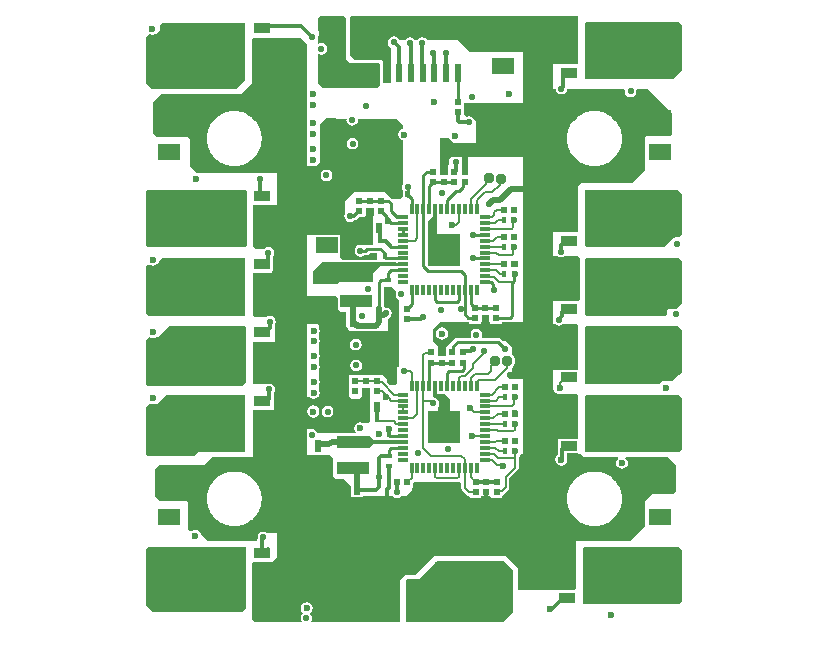
<source format=gbr>
%TF.GenerationSoftware,Altium Limited,Altium Designer,20.2.3 (150)*%
G04 Layer_Physical_Order=1*
G04 Layer_Color=255*
%FSLAX26Y26*%
%MOIN*%
%TF.SameCoordinates,1E0D65CC-F0FE-4DFC-A0D5-6D9DD74121E6*%
%TF.FilePolarity,Positive*%
%TF.FileFunction,Copper,L1,Top,Signal*%
%TF.Part,Single*%
G01*
G75*
%TA.AperFunction,SMDPad,SMDef*%
G04:AMPARAMS|DCode=10|XSize=98.425mil|YSize=1811.024mil|CornerRadius=24.606mil|HoleSize=0mil|Usage=FLASHONLY|Rotation=0.000|XOffset=0mil|YOffset=0mil|HoleType=Round|Shape=RoundedRectangle|*
%AMROUNDEDRECTD10*
21,1,0.098425,1.761811,0,0,0.0*
21,1,0.049213,1.811024,0,0,0.0*
1,1,0.049213,0.024606,-0.880905*
1,1,0.049213,-0.024606,-0.880905*
1,1,0.049213,-0.024606,0.880905*
1,1,0.049213,0.024606,0.880905*
%
%ADD10ROUNDEDRECTD10*%
G04:AMPARAMS|DCode=11|XSize=98.425mil|YSize=590.551mil|CornerRadius=24.606mil|HoleSize=0mil|Usage=FLASHONLY|Rotation=90.000|XOffset=0mil|YOffset=0mil|HoleType=Round|Shape=RoundedRectangle|*
%AMROUNDEDRECTD11*
21,1,0.098425,0.541339,0,0,90.0*
21,1,0.049213,0.590551,0,0,90.0*
1,1,0.049213,0.270669,0.024606*
1,1,0.049213,0.270669,-0.024606*
1,1,0.049213,-0.270669,-0.024606*
1,1,0.049213,-0.270669,0.024606*
%
%ADD11ROUNDEDRECTD11*%
%TA.AperFunction,SMDPad,CuDef*%
%ADD12R,0.023622X0.021260*%
%ADD13R,0.075197X0.053937*%
%TA.AperFunction,SMDPad,SMDef*%
G04:AMPARAMS|DCode=14|XSize=98.425mil|YSize=157.48mil|CornerRadius=24.606mil|HoleSize=0mil|Usage=FLASHONLY|Rotation=180.000|XOffset=0mil|YOffset=0mil|HoleType=Round|Shape=RoundedRectangle|*
%AMROUNDEDRECTD14*
21,1,0.098425,0.108268,0,0,180.0*
21,1,0.049213,0.157480,0,0,180.0*
1,1,0.049213,-0.024606,0.054134*
1,1,0.049213,0.024606,0.054134*
1,1,0.049213,0.024606,-0.054134*
1,1,0.049213,-0.024606,-0.054134*
%
%ADD14ROUNDEDRECTD14*%
G04:AMPARAMS|DCode=15|XSize=31.496mil|YSize=31.496mil|CornerRadius=7.874mil|HoleSize=0mil|Usage=FLASHONLY|Rotation=90.000|XOffset=0mil|YOffset=0mil|HoleType=Round|Shape=RoundedRectangle|*
%AMROUNDEDRECTD15*
21,1,0.031496,0.015748,0,0,90.0*
21,1,0.015748,0.031496,0,0,90.0*
1,1,0.015748,0.007874,0.007874*
1,1,0.015748,0.007874,-0.007874*
1,1,0.015748,-0.007874,-0.007874*
1,1,0.015748,-0.007874,0.007874*
%
%ADD15ROUNDEDRECTD15*%
%TA.AperFunction,SMDPad,CuDef*%
%ADD16R,0.020000X0.036614*%
%ADD17R,0.147638X0.185039*%
%ADD18R,0.041339X0.033465*%
%ADD19R,0.057087X0.033465*%
%TA.AperFunction,SMDPad,SMDef*%
G04:AMPARAMS|DCode=20|XSize=98.425mil|YSize=1850.394mil|CornerRadius=24.606mil|HoleSize=0mil|Usage=FLASHONLY|Rotation=0.000|XOffset=0mil|YOffset=0mil|HoleType=Round|Shape=RoundedRectangle|*
%AMROUNDEDRECTD20*
21,1,0.098425,1.801181,0,0,0.0*
21,1,0.049213,1.850394,0,0,0.0*
1,1,0.049213,0.024606,-0.900591*
1,1,0.049213,-0.024606,-0.900591*
1,1,0.049213,-0.024606,0.900591*
1,1,0.049213,0.024606,0.900591*
%
%ADD20ROUNDEDRECTD20*%
G04:AMPARAMS|DCode=21|XSize=196.85mil|YSize=275.591mil|CornerRadius=49.213mil|HoleSize=0mil|Usage=FLASHONLY|Rotation=90.000|XOffset=0mil|YOffset=0mil|HoleType=Round|Shape=RoundedRectangle|*
%AMROUNDEDRECTD21*
21,1,0.196850,0.177165,0,0,90.0*
21,1,0.098425,0.275591,0,0,90.0*
1,1,0.098425,0.088583,0.049213*
1,1,0.098425,0.088583,-0.049213*
1,1,0.098425,-0.088583,-0.049213*
1,1,0.098425,-0.088583,0.049213*
%
%ADD21ROUNDEDRECTD21*%
%TA.AperFunction,SMDPad,CuDef*%
%ADD22R,0.047244X0.070866*%
%ADD23R,0.023622X0.061024*%
%ADD24R,0.016000X0.023622*%
%ADD25R,0.033465X0.011811*%
%ADD26R,0.011811X0.033465*%
%ADD27R,0.106299X0.106299*%
%ADD28R,0.106000X0.039000*%
%ADD29R,0.019685X0.041339*%
%ADD30R,0.023622X0.016000*%
%ADD31R,0.021260X0.023622*%
%TA.AperFunction,Conductor*%
%ADD32C,0.010000*%
%ADD33C,0.012000*%
%ADD34C,0.014000*%
%ADD35C,0.008000*%
%ADD36C,0.020000*%
%ADD37C,0.022000*%
%ADD38C,0.011000*%
%ADD39C,0.060000*%
%ADD40C,0.030000*%
%ADD41C,0.009000*%
%TA.AperFunction,ViaPad*%
%ADD42C,0.022000*%
%ADD43C,0.023622*%
%ADD44C,0.070866*%
G36*
X605000Y1978000D02*
X573000Y1946000D01*
X295000D01*
X275715Y1965285D01*
Y2121715D01*
X285000Y2131000D01*
X285776D01*
X288262Y2129338D01*
X295992Y2127801D01*
X303722Y2129338D01*
X306209Y2131000D01*
X309000D01*
X322000Y2144000D01*
Y2160000D01*
X329000Y2167000D01*
X605000D01*
Y1978000D01*
D02*
G37*
G36*
X942000Y2182000D02*
Y2046000D01*
X955000Y2033000D01*
X1049000D01*
X1053000Y2029000D01*
Y1959000D01*
X1046000Y1952000D01*
X863000D01*
X848000Y1967000D01*
Y2066038D01*
X852028Y2063347D01*
X859441Y2061873D01*
X866854Y2063347D01*
X873139Y2067547D01*
X877338Y2073831D01*
X878813Y2081245D01*
X877338Y2088658D01*
X873139Y2094943D01*
X866854Y2099142D01*
X859441Y2100617D01*
X852028Y2099142D01*
X848000Y2096451D01*
Y2123254D01*
X849689Y2125782D01*
X851164Y2133195D01*
X849689Y2140608D01*
X848000Y2143136D01*
Y2183000D01*
X856000Y2191000D01*
X933000D01*
X942000Y2182000D01*
D02*
G37*
G36*
X1715000Y2189000D02*
Y2029000D01*
X1624000D01*
Y2048000D01*
X1602000Y2070000D01*
X1356000D01*
X1315000Y2111000D01*
X1211501D01*
X1209698Y2113698D01*
X1203413Y2117898D01*
X1196000Y2119372D01*
X1188587Y2117898D01*
X1182302Y2113698D01*
X1180499Y2111000D01*
X1169501D01*
X1167698Y2113698D01*
X1161413Y2117898D01*
X1154000Y2119372D01*
X1146587Y2117898D01*
X1140302Y2113698D01*
X1138499Y2111000D01*
X1117506D01*
X1113698Y2116698D01*
X1107413Y2120898D01*
X1100000Y2122372D01*
X1092587Y2120898D01*
X1086302Y2116698D01*
X1082494Y2111000D01*
D01*
X1082102Y2110413D01*
X1080628Y2103000D01*
X1082102Y2095587D01*
X1082494Y2095000D01*
Y2092506D01*
X1091000Y2084000D01*
Y1966000D01*
X1066000D01*
X1065000Y1967000D01*
Y2039000D01*
X1060000Y2044000D01*
X972000D01*
X956000Y2060000D01*
Y2115000D01*
Y2186000D01*
X962000Y2192000D01*
X1712000D01*
X1715000Y2189000D01*
D02*
G37*
G36*
X2059173Y2162827D02*
X2060470Y2159697D01*
X2062000Y2152004D01*
Y2012000D01*
X2030000Y1980000D01*
X1741000D01*
X1738000Y1983000D01*
Y2166000D01*
X1742000Y2170000D01*
X2052000D01*
X2059173Y2162827D01*
D02*
G37*
G36*
X2028000Y1866000D02*
X2028000Y1797000D01*
X2020000Y1789000D01*
X1942000D01*
X1939000Y1786000D01*
Y1678000D01*
X1896000Y1635000D01*
X1728000D01*
X1716000Y1623000D01*
Y1475000D01*
X1710000Y1469000D01*
X1618000D01*
X1618000Y1948000D01*
X1639814D01*
X1641264Y1940712D01*
X1645463Y1934427D01*
X1651748Y1930228D01*
X1659162Y1928753D01*
X1666575Y1930228D01*
X1672860Y1934427D01*
X1677059Y1940712D01*
X1678509Y1948000D01*
X1867599D01*
X1871416Y1943000D01*
X1870620Y1939000D01*
X1872094Y1931587D01*
X1876294Y1925302D01*
X1882579Y1921102D01*
X1889992Y1919628D01*
X1897406Y1921102D01*
X1903690Y1925302D01*
X1907890Y1931587D01*
X1909364Y1939000D01*
X1908569Y1943000D01*
X1912385Y1948000D01*
X1946000D01*
X2028000Y1866000D01*
D02*
G37*
G36*
X1352359Y1901923D02*
X1353587Y1901102D01*
X1361000Y1899628D01*
X1368413Y1901102D01*
X1369520Y1901842D01*
X1548000Y1901000D01*
Y1767000D01*
X1585000D01*
X1595000Y1757000D01*
Y1732000D01*
X1585000Y1722000D01*
X1307216D01*
X1306405Y1722161D01*
X1305595Y1722000D01*
X1295000D01*
X1286000Y1713000D01*
Y1696000D01*
X1281000Y1691000D01*
Y1661000D01*
X1279000Y1659000D01*
X1254000D01*
Y1783000D01*
X1284000D01*
X1300000Y1767000D01*
X1376000D01*
Y1841000D01*
X1365000Y1852000D01*
X1363849D01*
X1359965Y1854595D01*
X1352552Y1856070D01*
X1345138Y1854595D01*
X1342900Y1853100D01*
X1336000Y1860000D01*
Y1902000D01*
X1352359Y1901923D01*
D02*
G37*
G36*
X810000Y2098000D02*
Y1689000D01*
X841000D01*
X853000Y1701000D01*
Y1826000D01*
X876000Y1849000D01*
X943517Y1848473D01*
X942628Y1844000D01*
X944102Y1836587D01*
X948302Y1830302D01*
X954587Y1826102D01*
X962000Y1824628D01*
X969413Y1826102D01*
X975698Y1830302D01*
X979898Y1836587D01*
X981372Y1844000D01*
X980540Y1848183D01*
X1004000Y1848000D01*
X1110000D01*
X1130000Y1828000D01*
Y1814205D01*
X1127270Y1813661D01*
X1120717Y1809283D01*
X1116339Y1802730D01*
X1114801Y1795000D01*
X1116339Y1787270D01*
X1120717Y1780717D01*
X1127270Y1776339D01*
X1130000Y1775795D01*
Y1628841D01*
X1128989Y1627328D01*
X1127514Y1619915D01*
X1128989Y1612501D01*
X1130000Y1610988D01*
Y1591000D01*
X1121000Y1582000D01*
X1094000D01*
X1072000Y1604000D01*
X970000D01*
X939000Y1573000D01*
Y1537000D01*
Y1533696D01*
X936911Y1530570D01*
X935436Y1523156D01*
X936911Y1515743D01*
X941110Y1509458D01*
X947395Y1505259D01*
X954808Y1503784D01*
X962222Y1505259D01*
X968507Y1509458D01*
X969476Y1510909D01*
X974367Y1511882D01*
X978998Y1514976D01*
X985022Y1521000D01*
X1002000D01*
X1003354Y1522354D01*
X1005811D01*
Y1524811D01*
X1009000Y1528000D01*
Y1552000D01*
X1035000D01*
Y1527000D01*
X1030000Y1522000D01*
Y1430000D01*
X1027056Y1427056D01*
X1012311D01*
X1012030Y1427000D01*
X990871D01*
X989000Y1427372D01*
X987129Y1427000D01*
X978000D01*
X973000Y1422000D01*
Y1418253D01*
X971102Y1415413D01*
X969628Y1408000D01*
X971102Y1400587D01*
X975302Y1394302D01*
X981587Y1390102D01*
X989000Y1388628D01*
X996413Y1390102D01*
X1002698Y1394302D01*
X1003165Y1395000D01*
X1015000D01*
X1021566Y1401566D01*
X1045434D01*
X1046000Y1401000D01*
Y1379000D01*
X1044157Y1377157D01*
X929843D01*
X922000Y1385000D01*
Y1392087D01*
X922598D01*
Y1462024D01*
X831402D01*
Y1459000D01*
X798000D01*
Y1547000D01*
X801000D01*
Y1667000D01*
X444000D01*
X421000Y1690000D01*
Y1778000D01*
X413000Y1786000D01*
X311000D01*
X299000Y1799000D01*
Y1800000D01*
Y1905000D01*
X324000Y1930000D01*
X593000D01*
X629000Y1966000D01*
Y2115000D01*
X632000Y2118000D01*
X790000D01*
X810000Y2098000D01*
D02*
G37*
G36*
X1244000Y1464000D02*
X1240000Y1460000D01*
X1216000D01*
X1215000Y1461000D01*
Y1508000D01*
X1229921Y1522921D01*
X1232693D01*
Y1565000D01*
X1244000D01*
Y1464000D01*
D02*
G37*
G36*
X2062000Y1597000D02*
Y1464000D01*
X2051000Y1453000D01*
X2036000D01*
X2004000Y1421000D01*
X1744000D01*
X1738000Y1427000D01*
Y1609000D01*
X1741000Y1612000D01*
X2047000D01*
X2062000Y1597000D01*
D02*
G37*
G36*
X611000Y1608000D02*
Y1425000D01*
X605000Y1419000D01*
X281000Y1419000D01*
X275715Y1424285D01*
Y1605715D01*
X282000Y1612000D01*
X607000D01*
X611000Y1608000D01*
D02*
G37*
G36*
X1720000Y1384000D02*
Y1243000D01*
X1716000Y1239000D01*
X1594000D01*
Y1389000D01*
X1646813D01*
X1649591Y1387143D01*
X1657005Y1385669D01*
X1664418Y1387143D01*
X1667197Y1389000D01*
X1715000D01*
X1720000Y1384000D01*
D02*
G37*
G36*
X606000Y1195000D02*
X600000Y1189000D01*
X286000D01*
X275715Y1199285D01*
Y1355715D01*
X280000Y1360000D01*
X289272D01*
X290262Y1359339D01*
X297992Y1357801D01*
X305722Y1359339D01*
X312275Y1363717D01*
X316654Y1370270D01*
X316997Y1371997D01*
X328000Y1383000D01*
X605000D01*
X606000Y1195000D01*
D02*
G37*
G36*
X1107441Y1368394D02*
X1149000D01*
Y1356835D01*
X1107441D01*
Y1356000D01*
X1056000D01*
X1031000Y1331000D01*
Y1308000D01*
X1028000Y1305000D01*
X920000D01*
X911869Y1296869D01*
X834131D01*
X831000Y1300000D01*
Y1340000D01*
X860000Y1369000D01*
X1107441D01*
Y1368394D01*
D02*
G37*
G36*
X2062000Y1375000D02*
Y1233000D01*
X2044000Y1215000D01*
X2043871D01*
X2042000Y1215372D01*
X2040129Y1215000D01*
X2016000D01*
X2011000Y1210000D01*
Y1198000D01*
X2004000Y1191000D01*
X1742000D01*
X1737000Y1196000D01*
Y1379000D01*
X1743000Y1385000D01*
X2052000D01*
X2062000Y1375000D01*
D02*
G37*
G36*
X1418000Y1172000D02*
X1421000Y1169000D01*
X1421189D01*
Y1165362D01*
X1460811D01*
Y1169000D01*
X1530000D01*
X1538000Y1161000D01*
X1538000Y993000D01*
X1500894Y993000D01*
X1492999Y1000894D01*
X1492999Y1017159D01*
X1493068Y1017173D01*
X1498319Y1020682D01*
X1501827Y1025932D01*
X1503059Y1032126D01*
Y1047874D01*
X1501827Y1054068D01*
X1498319Y1059319D01*
X1493068Y1062827D01*
X1493000Y1062841D01*
X1493000Y1088000D01*
X1474000Y1107000D01*
X1464745D01*
X1458372Y1113372D01*
X1454072Y1116246D01*
X1453675Y1116325D01*
X1453000Y1117000D01*
X1450280D01*
X1449000Y1117255D01*
X1391030D01*
X1393550Y1121026D01*
X1395024Y1128439D01*
X1393550Y1135852D01*
X1389350Y1142137D01*
X1383066Y1146337D01*
X1375652Y1147811D01*
X1368239Y1146337D01*
X1361954Y1142137D01*
X1357755Y1135852D01*
X1356280Y1128439D01*
X1357755Y1121026D01*
X1360274Y1117255D01*
X1313545D01*
X1312265Y1117000D01*
X1305000D01*
X1276000Y1088000D01*
Y1059000D01*
X1273000Y1056000D01*
X1248000D01*
X1247000Y1057000D01*
Y1089000D01*
X1231000Y1105000D01*
Y1146000D01*
X1256000Y1171000D01*
X1347719D01*
X1349000Y1170745D01*
X1351189D01*
Y1165370D01*
X1390811D01*
Y1171000D01*
X1393000D01*
Y1195000D01*
X1418000D01*
Y1172000D01*
D02*
G37*
G36*
X1716000Y1159000D02*
Y1011000D01*
X1616000D01*
Y1165000D01*
X1637835D01*
X1638302Y1164302D01*
X1644587Y1160102D01*
X1652000Y1158628D01*
X1659413Y1160102D01*
X1665698Y1164302D01*
X1666165Y1165000D01*
X1710000D01*
X1716000Y1159000D01*
D02*
G37*
G36*
X607000Y1153000D02*
Y968000D01*
X596000Y957000D01*
X282000D01*
X275715Y963285D01*
Y1110715D01*
X284000Y1119000D01*
X286776D01*
X289262Y1117339D01*
X296992Y1115801D01*
X304722Y1117339D01*
X307209Y1119000D01*
X314000D01*
X351000Y1156000D01*
X604000D01*
X607000Y1153000D01*
D02*
G37*
G36*
X2062000Y1141000D02*
Y1005000D01*
X2050000Y993000D01*
X2049000D01*
X2030000Y974000D01*
X1993000D01*
X1983000Y964000D01*
X1741000D01*
X1737000Y968000D01*
Y1152000D01*
X1741000Y1156000D01*
X2047000D01*
X2062000Y1141000D01*
D02*
G37*
G36*
X769000Y1520000D02*
Y1328000D01*
X750000D01*
X757000Y1321000D01*
Y1104000D01*
X787000D01*
Y920000D01*
X819782D01*
X825262Y916338D01*
X832992Y914801D01*
X840722Y916338D01*
X846202Y920000D01*
X851000D01*
Y926292D01*
X851654Y927270D01*
X853191Y935000D01*
X851654Y942730D01*
X851000Y943708D01*
Y960658D01*
X851662Y961648D01*
X853199Y969378D01*
X851662Y977108D01*
X851000Y978098D01*
Y1005000D01*
Y1012292D01*
X851654Y1013270D01*
X853191Y1021000D01*
X851654Y1028730D01*
X851000Y1029708D01*
Y1047292D01*
X851654Y1048270D01*
X853191Y1056000D01*
X851654Y1063730D01*
X851000Y1064708D01*
Y1098292D01*
X851654Y1099270D01*
X853191Y1107000D01*
X851654Y1114730D01*
X851000Y1115708D01*
Y1133292D01*
X851654Y1134270D01*
X853191Y1142000D01*
X851654Y1149730D01*
X851000Y1150708D01*
Y1160000D01*
X846000Y1165000D01*
X797000D01*
X794000Y1168000D01*
Y1256000D01*
X909000D01*
X913000Y1252000D01*
Y1212500D01*
X915500D01*
X923000Y1205000D01*
X940000D01*
Y1156000D01*
X947315Y1148685D01*
Y1144693D01*
X951307D01*
X954000Y1142000D01*
X969842D01*
X971331Y1141006D01*
X978354Y1139609D01*
X1040284D01*
X1046142Y1140774D01*
X1047307Y1141006D01*
X1048796Y1142000D01*
X1081000D01*
Y1180150D01*
X1081316Y1180361D01*
X1083352Y1182398D01*
X1087698Y1185302D01*
X1091898Y1191587D01*
X1093372Y1199000D01*
X1091898Y1206413D01*
X1087698Y1212698D01*
X1081413Y1216898D01*
X1074000Y1218372D01*
X1070229Y1217622D01*
X1069000Y1223800D01*
Y1286000D01*
X1070000Y1287000D01*
X1094000D01*
X1108594Y1272406D01*
X1108000Y1271516D01*
X1106525Y1264102D01*
X1108000Y1256689D01*
X1109000Y1255192D01*
Y1253000D01*
X1119000Y1243000D01*
Y1026811D01*
X1118008D01*
Y1025008D01*
X1113000Y1020000D01*
X1110000D01*
Y967000D01*
X1104000Y961000D01*
X1086303D01*
X1079000Y968303D01*
Y977000D01*
X1063000Y993000D01*
X950000D01*
Y923000D01*
X959000Y914000D01*
X985000D01*
X994000Y923000D01*
Y950000D01*
X996000Y952000D01*
X1019000D01*
X1020000Y951000D01*
Y837000D01*
X1019000Y836000D01*
Y835000D01*
X1017000Y833000D01*
X998515D01*
X996071Y834633D01*
X988341Y836171D01*
X985000Y835506D01*
X982455Y835000D01*
X980611Y834633D01*
X978167Y833000D01*
X974058Y830255D01*
X969679Y823702D01*
X968142Y815972D01*
X969679Y808242D01*
X974058Y801689D01*
X978082Y799000D01*
X885000Y799000D01*
D01*
X848000D01*
X846302Y800698D01*
X846110Y801661D01*
X841911Y807946D01*
X835626Y812145D01*
X834663Y812337D01*
X833000Y814000D01*
X809000D01*
X809000Y726000D01*
X887000D01*
X898000Y715000D01*
Y656000D01*
X907000Y647000D01*
X933000D01*
X957778Y622222D01*
Y590446D01*
X961315Y586912D01*
Y585693D01*
X997315D01*
Y590489D01*
X1097436Y590598D01*
X1098302Y589302D01*
X1104587Y585102D01*
X1112000Y583628D01*
X1119413Y585102D01*
X1125698Y589302D01*
X1126586Y590630D01*
X1143649Y590649D01*
X1162000Y609000D01*
Y616189D01*
X1164638D01*
Y631638D01*
X1169000Y636000D01*
X1322000D01*
X1325685Y632315D01*
Y616595D01*
X1326617Y611913D01*
X1327000Y611339D01*
Y609000D01*
X1341000Y595000D01*
X1342213D01*
X1342872Y594341D01*
X1346841Y591688D01*
X1348677Y591323D01*
X1353183Y586817D01*
X1353189Y586812D01*
Y586811D01*
Y584362D01*
X1392811D01*
Y590921D01*
X1419651Y590950D01*
X1423189Y587417D01*
Y584362D01*
X1462811D01*
Y590757D01*
X1463000D01*
Y595352D01*
X1466695Y596087D01*
X1470664Y598739D01*
X1482388Y610463D01*
X1485040Y614432D01*
X1485971Y619114D01*
Y649820D01*
X1512659Y676509D01*
X1515312Y680478D01*
X1516243Y685160D01*
Y720189D01*
X1520008D01*
Y724197D01*
X1524713Y729000D01*
X1626000Y729000D01*
Y946467D01*
X1630619Y948381D01*
X1635188Y943812D01*
X1635581Y941837D01*
X1639960Y935284D01*
X1646513Y930905D01*
X1654243Y929368D01*
X1661973Y930905D01*
X1663611Y932000D01*
X1709000D01*
X1715000Y926000D01*
Y781732D01*
X1648189D01*
Y747647D01*
X1647915Y746268D01*
X1647915Y746267D01*
Y728419D01*
X1644717Y726283D01*
X1640339Y719730D01*
X1638801Y712000D01*
X1640339Y704270D01*
X1644717Y697717D01*
X1651270Y693338D01*
X1659000Y691801D01*
X1666730Y693338D01*
D01*
X1673283Y697717D01*
X1674698Y699835D01*
X1677661Y704270D01*
X1679199Y712000D01*
X1677661Y719730D01*
X1676463Y721523D01*
Y732268D01*
X1715000D01*
Y732000D01*
X1726000D01*
X1736000Y722000D01*
X1847770D01*
X1849287Y717000D01*
X1846717Y715283D01*
X1842339Y708730D01*
X1840801Y701000D01*
X1842339Y693270D01*
X1846717Y686717D01*
X1853270Y682338D01*
X1861000Y680801D01*
X1868730Y682338D01*
X1875283Y686717D01*
X1879661Y693270D01*
X1881199Y701000D01*
X1879661Y708730D01*
X1875283Y715283D01*
X1872713Y717000D01*
X1874230Y722000D01*
X2015000D01*
X2042000Y695000D01*
Y608000D01*
X2030000Y596000D01*
X1962000D01*
X1939000Y573000D01*
Y490000D01*
X1891000Y442000D01*
X1709000D01*
X1709000Y285000D01*
X1702000Y278000D01*
X1514000D01*
Y351000D01*
X1473000Y392000D01*
X1235000D01*
X1171000Y328000D01*
X1138000D01*
X1120000Y310000D01*
Y257000D01*
X1121000Y172000D01*
X823833D01*
X826898Y176587D01*
X828372Y184000D01*
X826898Y191413D01*
X822698Y197698D01*
X820483Y199178D01*
X824283Y201717D01*
X828662Y208270D01*
X830199Y216000D01*
X828662Y223730D01*
X824283Y230283D01*
X817730Y234661D01*
X810000Y236199D01*
X802270Y234661D01*
X795717Y230283D01*
X791338Y223730D01*
X789801Y216000D01*
X791338Y208270D01*
X795717Y201717D01*
X798517Y199846D01*
X795302Y197698D01*
X791102Y191413D01*
X789628Y184000D01*
X791102Y176587D01*
X794167Y172000D01*
X636000D01*
X627000Y181000D01*
Y367000D01*
X632000Y372000D01*
X695000D01*
X710000Y387000D01*
Y417000D01*
X710000Y466000D01*
X679697D01*
X679603Y465906D01*
X679462Y466000D01*
D01*
X673318Y470105D01*
X665905Y471580D01*
X658491Y470105D01*
X652206Y465906D01*
X648007Y459621D01*
X646532Y452207D01*
X646716Y451283D01*
X645726Y446303D01*
X645726Y446302D01*
Y439000D01*
X482000Y439000D01*
X458007Y462993D01*
X457661Y464730D01*
X453283Y471283D01*
X446730Y475661D01*
X439000Y477199D01*
X431270Y475661D01*
X427287Y473000D01*
X422000D01*
X413000Y482000D01*
Y571000D01*
X409000Y575000D01*
X318000D01*
X304000Y589000D01*
Y678000D01*
X319000Y693000D01*
X469000D01*
X497000Y721000D01*
X630000D01*
X630000Y876000D01*
X702000D01*
Y936078D01*
X703533Y938373D01*
X705008Y945787D01*
X703533Y953200D01*
X699334Y959485D01*
X693049Y963684D01*
X685636Y965159D01*
X679811Y964000D01*
X632000D01*
X630000Y966000D01*
Y1104000D01*
X703000D01*
Y1161597D01*
X704814Y1164312D01*
X706289Y1171726D01*
X704814Y1179139D01*
X700615Y1185424D01*
X694330Y1189623D01*
X686917Y1191098D01*
X679503Y1189623D01*
X675578Y1187000D01*
X638164D01*
X630000Y1195164D01*
Y1333000D01*
X694000Y1333561D01*
Y1339268D01*
X696543D01*
Y1372251D01*
X697091Y1375006D01*
Y1388806D01*
X700714Y1394228D01*
X702189Y1401642D01*
X700714Y1409055D01*
X696515Y1415340D01*
X690230Y1419539D01*
X682817Y1421014D01*
X675403Y1419539D01*
X669119Y1415340D01*
X668223Y1414000D01*
X640000D01*
X630000Y1424000D01*
Y1560000D01*
X729000D01*
X769000Y1520000D01*
D02*
G37*
G36*
X1244252Y931095D02*
X1271906D01*
X1289000Y914000D01*
Y872000D01*
X1284000Y867000D01*
X1247000D01*
Y887250D01*
X1249898Y891587D01*
X1251372Y899000D01*
X1249898Y906413D01*
X1245698Y912698D01*
X1239413Y916898D01*
X1239025Y916975D01*
X1236000Y920000D01*
X1231000D01*
Y931095D01*
X1232693D01*
Y973000D01*
X1244252D01*
Y931095D01*
D02*
G37*
G36*
X1033000Y777000D02*
X1107441D01*
Y776567D01*
X1149000D01*
Y765008D01*
X1107441D01*
Y765000D01*
X1034000D01*
X1018000Y749000D01*
X913000D01*
X911000Y751000D01*
Y789000D01*
X912000Y790000D01*
X1020000D01*
X1033000Y777000D01*
D02*
G37*
G36*
X2062000Y917000D02*
Y746000D01*
X2054000Y738000D01*
X1741000D01*
X1738000Y741000D01*
Y923000D01*
X1742000Y927000D01*
X2052000D01*
X2062000Y917000D01*
D02*
G37*
G36*
X606000Y924000D02*
Y739000D01*
X604000Y737000D01*
X450000D01*
X436000Y723000D01*
X282000D01*
X275715Y729285D01*
Y730715D01*
X276000Y731000D01*
Y888000D01*
X284000Y896000D01*
X311000D01*
X342000Y927000D01*
X603000D01*
X606000Y924000D01*
D02*
G37*
G36*
X2062000Y412000D02*
Y241000D01*
X2053000Y232000D01*
X1733000D01*
X1730000Y235000D01*
Y418000D01*
X1734000Y422000D01*
X2052000D01*
X2062000Y412000D01*
D02*
G37*
G36*
X608000Y420000D02*
Y216936D01*
X596064Y205000D01*
X299000D01*
X275715Y228285D01*
Y414715D01*
X282000Y421000D01*
X602000Y422000D01*
X606000D01*
X608000Y420000D01*
D02*
G37*
G36*
X1497000Y344000D02*
Y202000D01*
X1465085Y170085D01*
X1141000D01*
Y309000D01*
X1146000Y314000D01*
X1184000D01*
X1245000Y375000D01*
X1466000D01*
X1497000Y344000D01*
D02*
G37*
%LPC*%
G36*
X1777141Y1872841D02*
X1761630D01*
X1760449Y1872606D01*
X1759244D01*
X1744031Y1869580D01*
X1742918Y1869119D01*
X1741736Y1868884D01*
X1727406Y1862948D01*
X1726404Y1862279D01*
X1725291Y1861818D01*
X1712394Y1853201D01*
X1711542Y1852349D01*
X1710540Y1851679D01*
X1699573Y1840711D01*
X1698903Y1839710D01*
X1698051Y1838858D01*
X1689434Y1825961D01*
X1688973Y1824848D01*
X1688303Y1823846D01*
X1682368Y1809516D01*
X1682133Y1808334D01*
X1681671Y1807221D01*
X1678646Y1792008D01*
Y1790803D01*
X1678410Y1789621D01*
Y1774111D01*
X1678646Y1772929D01*
Y1771724D01*
X1681671Y1756512D01*
X1682133Y1755398D01*
X1682368Y1754216D01*
X1688303Y1739886D01*
X1688973Y1738884D01*
X1689434Y1737771D01*
X1698051Y1724875D01*
X1698903Y1724023D01*
X1699573Y1723021D01*
X1710540Y1712053D01*
X1711542Y1711384D01*
X1712394Y1710531D01*
X1725291Y1701914D01*
X1726404Y1701453D01*
X1727406Y1700784D01*
X1741736Y1694848D01*
X1742918Y1694613D01*
X1744031Y1694152D01*
X1759244Y1691126D01*
X1760448D01*
X1761630Y1690891D01*
X1777141D01*
X1778323Y1691126D01*
X1779528D01*
X1794740Y1694152D01*
X1795853Y1694613D01*
X1797035Y1694848D01*
X1811365Y1700784D01*
X1812367Y1701453D01*
X1813481Y1701914D01*
X1826377Y1710531D01*
X1827229Y1711383D01*
X1828231Y1712053D01*
X1839199Y1723021D01*
X1839868Y1724022D01*
X1840720Y1724875D01*
X1849338Y1737771D01*
X1849799Y1738884D01*
X1850468Y1739886D01*
X1856404Y1754216D01*
X1856639Y1755398D01*
X1857100Y1756511D01*
X1860126Y1771724D01*
Y1772929D01*
X1860361Y1774111D01*
Y1789621D01*
X1860126Y1790803D01*
Y1792008D01*
X1857100Y1807221D01*
X1856639Y1808334D01*
X1856404Y1809516D01*
X1850468Y1823846D01*
X1849799Y1824848D01*
X1849338Y1825961D01*
X1840720Y1838857D01*
X1839868Y1839709D01*
X1839199Y1840711D01*
X1828231Y1851679D01*
X1827229Y1852349D01*
X1826377Y1853201D01*
X1813481Y1861818D01*
X1812367Y1862279D01*
X1811365Y1862948D01*
X1797036Y1868884D01*
X1795854Y1869119D01*
X1794740Y1869580D01*
X1779528Y1872606D01*
X1778323D01*
X1777141Y1872841D01*
D02*
G37*
G36*
X963000Y1784372D02*
X955587Y1782898D01*
X949302Y1778698D01*
X945102Y1772413D01*
X943628Y1765000D01*
X945102Y1757587D01*
X949302Y1751302D01*
X955587Y1747102D01*
X963000Y1745628D01*
X970413Y1747102D01*
X976698Y1751302D01*
X980898Y1757587D01*
X982372Y1765000D01*
X980898Y1772413D01*
X976698Y1778698D01*
X970413Y1782898D01*
X963000Y1784372D01*
D02*
G37*
G36*
X576354Y1872841D02*
X560843D01*
X559661Y1872606D01*
X558456D01*
X543244Y1869580D01*
X542131Y1869119D01*
X540949Y1868884D01*
X526619Y1862948D01*
X525617Y1862279D01*
X524504Y1861818D01*
X511607Y1853201D01*
X510755Y1852349D01*
X509753Y1851679D01*
X498785Y1840711D01*
X498116Y1839710D01*
X497264Y1838858D01*
X488647Y1825961D01*
X488185Y1824848D01*
X487516Y1823846D01*
X481580Y1809516D01*
X481345Y1808334D01*
X480884Y1807221D01*
X477858Y1792008D01*
Y1790803D01*
X477623Y1789621D01*
Y1781866D01*
Y1774111D01*
X477858Y1772929D01*
Y1771724D01*
X480884Y1756512D01*
X481345Y1755398D01*
X481580Y1754216D01*
X487516Y1739886D01*
X488185Y1738884D01*
X488647Y1737771D01*
X497264Y1724875D01*
X498116Y1724023D01*
X498785Y1723021D01*
X509753Y1712053D01*
X510755Y1711384D01*
X511607Y1710531D01*
X524504Y1701914D01*
X525617Y1701453D01*
X526619Y1700784D01*
X540948Y1694848D01*
X542131Y1694613D01*
X543244Y1694152D01*
X558456Y1691126D01*
X559661D01*
X560843Y1690891D01*
X576354D01*
X577536Y1691126D01*
X578740D01*
X593953Y1694152D01*
X595066Y1694613D01*
X596248Y1694848D01*
X610578Y1700784D01*
X611580Y1701453D01*
X612693Y1701914D01*
X625590Y1710531D01*
X626442Y1711383D01*
X627444Y1712053D01*
X638000Y1722609D01*
X638411Y1723021D01*
X639081Y1724022D01*
X639933Y1724875D01*
X648550Y1737771D01*
X649011Y1738884D01*
X649681Y1739886D01*
X655616Y1754216D01*
Y1754216D01*
X655851Y1755398D01*
X656313Y1756511D01*
X659339Y1771724D01*
Y1772929D01*
D01*
X659574Y1774111D01*
Y1781866D01*
Y1789621D01*
X659339Y1790803D01*
Y1792008D01*
X656313Y1807221D01*
X655851Y1808334D01*
X655616Y1809516D01*
X649681Y1823846D01*
X649011Y1824848D01*
X648550Y1825961D01*
X639933Y1838857D01*
X639933Y1838858D01*
X639081Y1839709D01*
X638411Y1840711D01*
X638000Y1841123D01*
X627444Y1851679D01*
X626442Y1852349D01*
X625590Y1853201D01*
X612693Y1861818D01*
X611580Y1862279D01*
X610578Y1862948D01*
X596248Y1868884D01*
X595066Y1869119D01*
X593953Y1869580D01*
X578741Y1872606D01*
X577535D01*
X576354Y1872841D01*
D02*
G37*
G36*
X876000Y1678372D02*
X868587Y1676898D01*
X862302Y1672698D01*
X858102Y1666413D01*
X856628Y1659000D01*
X858102Y1651587D01*
X862302Y1645302D01*
X868587Y1641102D01*
X876000Y1639628D01*
X883413Y1641102D01*
X889698Y1645302D01*
X893898Y1651587D01*
X895372Y1659000D01*
X893898Y1666413D01*
X889698Y1672698D01*
X883413Y1676898D01*
X876000Y1678372D01*
D02*
G37*
G36*
X1261000Y1152199D02*
X1253270Y1150661D01*
X1246717Y1146283D01*
X1242339Y1139730D01*
X1240801Y1132000D01*
X1242339Y1124270D01*
X1246717Y1117717D01*
X1253270Y1113339D01*
X1261000Y1111801D01*
X1268730Y1113339D01*
X1275283Y1117717D01*
X1279661Y1124270D01*
X1281199Y1132000D01*
X1279661Y1139730D01*
X1275283Y1146283D01*
X1268730Y1150661D01*
X1261000Y1152199D01*
D02*
G37*
G36*
X973535Y1114683D02*
X966121Y1113208D01*
X959837Y1109009D01*
X955637Y1102724D01*
X954163Y1095311D01*
X955637Y1087897D01*
X959837Y1081613D01*
X966121Y1077413D01*
X973535Y1075939D01*
X980948Y1077413D01*
X987233Y1081613D01*
X991432Y1087897D01*
X992907Y1095311D01*
X991432Y1102724D01*
X987233Y1109009D01*
X980948Y1113208D01*
X973535Y1114683D01*
D02*
G37*
G36*
X975000Y1045138D02*
X967587Y1043663D01*
X961302Y1039464D01*
X957102Y1033179D01*
X955628Y1025765D01*
X957102Y1018352D01*
X961302Y1012067D01*
X967587Y1007868D01*
X975000Y1006393D01*
X982413Y1007868D01*
X988698Y1012067D01*
X992898Y1018352D01*
X994372Y1025765D01*
X992898Y1033179D01*
X988698Y1039464D01*
X982413Y1043663D01*
X975000Y1045138D01*
D02*
G37*
G36*
X880000Y891372D02*
X872587Y889898D01*
X866302Y885698D01*
X862102Y879413D01*
X860628Y872000D01*
X862102Y864587D01*
X866302Y858302D01*
X872587Y854102D01*
X880000Y852628D01*
X887000Y854020D01*
D01*
X887413Y854102D01*
X893698Y858302D01*
X897898Y864587D01*
X899372Y872000D01*
X897898Y879413D01*
X893698Y885698D01*
X887413Y889898D01*
X880000Y891372D01*
D02*
G37*
G36*
X832000Y892199D02*
X824270Y890662D01*
X817717Y886283D01*
X813338Y879730D01*
X811801Y872000D01*
X813338Y864270D01*
X817717Y857717D01*
X824270Y853338D01*
X832000Y851801D01*
X839730Y853338D01*
X846283Y857717D01*
X850662Y864270D01*
X852199Y872000D01*
X850662Y879730D01*
X846283Y886283D01*
X839730Y890662D01*
X832000Y892199D01*
D02*
G37*
G36*
X1777141Y672054D02*
X1761630D01*
X1760449Y671819D01*
X1759244D01*
X1744031Y668793D01*
X1742918Y668332D01*
X1741736Y668097D01*
X1727406Y662161D01*
X1726404Y661492D01*
X1725291Y661030D01*
X1715000Y654154D01*
D01*
X1712394Y652413D01*
X1711542Y651561D01*
X1710540Y650892D01*
X1708649Y649000D01*
X1699573Y639924D01*
X1698903Y638922D01*
X1698051Y638070D01*
X1689434Y625173D01*
X1688973Y624060D01*
X1688303Y623058D01*
X1682368Y608729D01*
X1682133Y607546D01*
X1681671Y606433D01*
X1678646Y591221D01*
Y590016D01*
X1678410Y588834D01*
Y573323D01*
X1678646Y572141D01*
Y570937D01*
X1681671Y555724D01*
X1682133Y554611D01*
X1682368Y553429D01*
X1688303Y539099D01*
X1688973Y538097D01*
X1689434Y536984D01*
X1698051Y524087D01*
X1698903Y523235D01*
X1699573Y522233D01*
X1710540Y511266D01*
X1711542Y510596D01*
X1712394Y509744D01*
X1725291Y501127D01*
X1726404Y500666D01*
X1727406Y499996D01*
X1741736Y494061D01*
X1742918Y493825D01*
X1744031Y493364D01*
X1759244Y490339D01*
X1760448D01*
X1761630Y490103D01*
X1777141D01*
X1778323Y490339D01*
X1779528D01*
X1794740Y493364D01*
X1795853Y493825D01*
X1797035Y494061D01*
X1811365Y499996D01*
X1812367Y500666D01*
X1813481Y501127D01*
X1826377Y509744D01*
X1827229Y510596D01*
X1828231Y511266D01*
X1839199Y522233D01*
X1839868Y523235D01*
X1840720Y524087D01*
X1849338Y536984D01*
X1849799Y538097D01*
X1850468Y539099D01*
X1856404Y553429D01*
X1856639Y554611D01*
X1857100Y555724D01*
X1860126Y570936D01*
Y572141D01*
X1860361Y573323D01*
Y588834D01*
X1860126Y590016D01*
Y591221D01*
X1857100Y606433D01*
X1856639Y607546D01*
X1856404Y608728D01*
X1850468Y623058D01*
X1849799Y624060D01*
X1849338Y625173D01*
X1840720Y638070D01*
X1839868Y638922D01*
X1839199Y639924D01*
X1828231Y650892D01*
X1827229Y651561D01*
X1826377Y652413D01*
X1813481Y661030D01*
X1812367Y661492D01*
X1811365Y662161D01*
X1797036Y668097D01*
X1795854Y668332D01*
X1794740Y668793D01*
X1779528Y671819D01*
X1778323D01*
X1777141Y672054D01*
D02*
G37*
G36*
X576354D02*
X560843D01*
X559661Y671819D01*
X558456D01*
X543244Y668793D01*
X542131Y668332D01*
X540949Y668097D01*
X526619Y662161D01*
X525617Y661492D01*
X524504Y661030D01*
X511607Y652413D01*
X510755Y651561D01*
X509753Y650892D01*
X498785Y639924D01*
X498116Y638922D01*
X497264Y638070D01*
X488647Y625173D01*
X488185Y624060D01*
X487516Y623058D01*
X481580Y608729D01*
X481345Y607546D01*
X480884Y606433D01*
X477858Y591221D01*
Y590016D01*
X477623Y588834D01*
Y581079D01*
Y573323D01*
X477858Y572141D01*
Y570937D01*
X480884Y555724D01*
X481345Y554611D01*
X481580Y553429D01*
X487516Y539099D01*
X488185Y538097D01*
X488647Y536984D01*
X497264Y524087D01*
X498116Y523235D01*
X498785Y522233D01*
X509753Y511266D01*
X510755Y510596D01*
X511607Y509744D01*
X524504Y501127D01*
X525617Y500666D01*
X526619Y499996D01*
X540948Y494061D01*
X542131Y493825D01*
X543244Y493364D01*
X558456Y490339D01*
X559661D01*
X560843Y490103D01*
X576354D01*
X577536Y490339D01*
X578740D01*
X593953Y493364D01*
X595066Y493825D01*
X596248Y494061D01*
X610578Y499996D01*
X611580Y500666D01*
X612693Y501127D01*
X625590Y509744D01*
X626442Y510596D01*
X627444Y511266D01*
X630000Y513822D01*
X638411Y522233D01*
X639081Y523235D01*
X639933Y524087D01*
X648550Y536984D01*
X649011Y538097D01*
X649681Y539099D01*
X655616Y553429D01*
Y553429D01*
X655851Y554611D01*
X656313Y555724D01*
X659339Y570936D01*
Y572141D01*
X659574Y573323D01*
Y581079D01*
Y588834D01*
X659339Y590016D01*
Y591221D01*
X656313Y606433D01*
X655851Y607546D01*
D01*
X655616Y608728D01*
X649681Y623058D01*
X649011Y624060D01*
X648550Y625173D01*
X639933Y638070D01*
X639081Y638922D01*
D01*
X638411Y639924D01*
X630000Y648336D01*
X627444Y650892D01*
X626442Y651561D01*
X625590Y652413D01*
X612693Y661030D01*
X611580Y661492D01*
X610578Y662161D01*
X596248Y668097D01*
X595066Y668332D01*
X593953Y668793D01*
X578741Y671819D01*
X577535D01*
X576354Y672054D01*
D02*
G37*
%LPD*%
D10*
X760000Y1181102D02*
D03*
D11*
X1165000Y511000D02*
D03*
D12*
X1316000Y1868992D02*
D03*
Y1903008D02*
D03*
X1441000Y1183992D02*
D03*
Y1218008D02*
D03*
X1371000Y1218016D02*
D03*
Y1184000D02*
D03*
X986000Y1540984D02*
D03*
Y1575000D02*
D03*
X1058000Y1575008D02*
D03*
Y1540992D02*
D03*
X1302000Y1671000D02*
D03*
Y1636984D02*
D03*
X1232000Y1636992D02*
D03*
Y1671008D02*
D03*
X1337000D02*
D03*
Y1636992D02*
D03*
X1406000Y1218008D02*
D03*
Y1183992D02*
D03*
X1022000Y1575008D02*
D03*
Y1540992D02*
D03*
X1267000Y1636992D02*
D03*
Y1671008D02*
D03*
X1144000Y1180992D02*
D03*
Y1215008D02*
D03*
X1443000Y602992D02*
D03*
Y637008D02*
D03*
X1373000D02*
D03*
Y602992D02*
D03*
X972000Y939992D02*
D03*
Y974008D02*
D03*
X1043000D02*
D03*
Y939992D02*
D03*
X1296000Y1069008D02*
D03*
Y1034992D02*
D03*
X1226000D02*
D03*
Y1069008D02*
D03*
X1331000D02*
D03*
Y1034992D02*
D03*
X1408000Y637008D02*
D03*
Y602992D02*
D03*
X1007000Y974008D02*
D03*
Y939992D02*
D03*
X1261000Y1034992D02*
D03*
Y1069008D02*
D03*
D13*
X1987000Y1849945D02*
D03*
Y1738055D02*
D03*
X351000Y1849945D02*
D03*
Y1738055D02*
D03*
Y632945D02*
D03*
Y521055D02*
D03*
X1987000Y632945D02*
D03*
Y521055D02*
D03*
X1464000Y2136945D02*
D03*
Y2025055D02*
D03*
X877000Y1538945D02*
D03*
Y1427055D02*
D03*
D14*
X325000Y2045000D02*
D03*
Y339000D02*
D03*
Y816000D02*
D03*
Y1037000D02*
D03*
Y1270000D02*
D03*
Y1532000D02*
D03*
X2012000Y2088000D02*
D03*
Y1532000D02*
D03*
Y1304000D02*
D03*
Y339000D02*
D03*
Y843000D02*
D03*
Y1073000D02*
D03*
D15*
X1459275Y1648338D02*
D03*
X1417000Y1649000D02*
D03*
X1439000Y1040000D02*
D03*
X1479000D02*
D03*
D16*
X1052315Y1484000D02*
D03*
X991685D02*
D03*
X1043315Y888000D02*
D03*
X982685D02*
D03*
X965315Y1171000D02*
D03*
X904685D02*
D03*
X979315Y612000D02*
D03*
X918685D02*
D03*
D17*
X530078Y1061000D02*
D03*
Y832000D02*
D03*
X530079Y327000D02*
D03*
X1814921Y1061000D02*
D03*
X530078Y1289000D02*
D03*
Y1517000D02*
D03*
Y2074000D02*
D03*
X1814653Y1289000D02*
D03*
Y1517000D02*
D03*
X1814921Y2074000D02*
D03*
X1806653Y327000D02*
D03*
X1814653Y832000D02*
D03*
D18*
X435590Y986000D02*
D03*
Y1036000D02*
D03*
Y1086000D02*
D03*
Y1136000D02*
D03*
Y757000D02*
D03*
Y807000D02*
D03*
Y857000D02*
D03*
Y907000D02*
D03*
X435591Y252000D02*
D03*
Y302000D02*
D03*
Y352000D02*
D03*
Y402000D02*
D03*
X1909409Y986000D02*
D03*
Y1036000D02*
D03*
Y1086000D02*
D03*
Y1136000D02*
D03*
X435590Y1364000D02*
D03*
Y1314000D02*
D03*
Y1264000D02*
D03*
Y1214000D02*
D03*
Y1592000D02*
D03*
Y1542000D02*
D03*
Y1492000D02*
D03*
Y1442000D02*
D03*
Y2149000D02*
D03*
Y2099000D02*
D03*
Y2049000D02*
D03*
Y1999000D02*
D03*
X1909142Y1214000D02*
D03*
Y1264000D02*
D03*
Y1314000D02*
D03*
Y1364000D02*
D03*
Y1442000D02*
D03*
Y1492000D02*
D03*
Y1542000D02*
D03*
Y1592000D02*
D03*
X1909409Y1999000D02*
D03*
Y2049000D02*
D03*
Y2099000D02*
D03*
Y2149000D02*
D03*
X1901142Y252000D02*
D03*
Y302000D02*
D03*
Y352000D02*
D03*
Y402000D02*
D03*
X1909142Y757000D02*
D03*
Y807000D02*
D03*
Y857000D02*
D03*
Y907000D02*
D03*
D19*
X660000Y1136000D02*
D03*
Y1086000D02*
D03*
Y1036000D02*
D03*
Y986000D02*
D03*
Y907000D02*
D03*
Y857000D02*
D03*
Y807000D02*
D03*
Y757000D02*
D03*
X660000Y402000D02*
D03*
Y352000D02*
D03*
Y302000D02*
D03*
Y252000D02*
D03*
X1685000Y1136000D02*
D03*
Y1086000D02*
D03*
Y1036000D02*
D03*
Y986000D02*
D03*
X660000Y1214000D02*
D03*
Y1264000D02*
D03*
Y1314000D02*
D03*
Y1364000D02*
D03*
Y1442000D02*
D03*
Y1492000D02*
D03*
Y1542000D02*
D03*
Y1592000D02*
D03*
Y1999000D02*
D03*
Y2049000D02*
D03*
Y2099000D02*
D03*
Y2149000D02*
D03*
X1684732Y1364000D02*
D03*
Y1314000D02*
D03*
Y1264000D02*
D03*
Y1214000D02*
D03*
Y1592000D02*
D03*
Y1542000D02*
D03*
Y1492000D02*
D03*
Y1442000D02*
D03*
X1685000Y2149000D02*
D03*
Y2099000D02*
D03*
Y2049000D02*
D03*
Y1999000D02*
D03*
X1676732Y402000D02*
D03*
Y352000D02*
D03*
Y302000D02*
D03*
Y252000D02*
D03*
X1684732Y907000D02*
D03*
Y857000D02*
D03*
Y807000D02*
D03*
Y757000D02*
D03*
D20*
X1580000Y1220472D02*
D03*
D21*
X980000Y275000D02*
D03*
X1356000D02*
D03*
D22*
X987598Y2152559D02*
D03*
X1365551D02*
D03*
D23*
X1314370Y2000000D02*
D03*
X1275000D02*
D03*
X1235630D02*
D03*
X1196260D02*
D03*
X1156890D02*
D03*
X1117520D02*
D03*
X1078150D02*
D03*
X1038780D02*
D03*
D24*
X1021992Y1443000D02*
D03*
X1056008D02*
D03*
X1035992Y1390000D02*
D03*
X1070008D02*
D03*
X1111992Y1596000D02*
D03*
X1146008D02*
D03*
X1502008Y1510000D02*
D03*
X1467992D02*
D03*
X1502008Y1419000D02*
D03*
X1467992D02*
D03*
X1503008Y1329000D02*
D03*
X1468992D02*
D03*
X1008992Y847000D02*
D03*
X1043008D02*
D03*
X1050992Y797000D02*
D03*
X1085008D02*
D03*
X1099992Y1007000D02*
D03*
X1134008D02*
D03*
X1504008Y919000D02*
D03*
X1469992D02*
D03*
X1504008Y830000D02*
D03*
X1469992D02*
D03*
X1504008Y740000D02*
D03*
X1469992D02*
D03*
D25*
X1132173Y1520094D02*
D03*
Y1500409D02*
D03*
Y1480724D02*
D03*
Y1461039D02*
D03*
Y1441354D02*
D03*
Y1421669D02*
D03*
Y1401984D02*
D03*
Y1382299D02*
D03*
Y1362614D02*
D03*
Y1342929D02*
D03*
Y1323244D02*
D03*
Y1303559D02*
D03*
X1403827D02*
D03*
Y1323244D02*
D03*
Y1342929D02*
D03*
Y1362614D02*
D03*
Y1382299D02*
D03*
Y1401984D02*
D03*
Y1421669D02*
D03*
Y1441354D02*
D03*
Y1461039D02*
D03*
Y1480724D02*
D03*
Y1500409D02*
D03*
Y1520094D02*
D03*
X1132173Y928268D02*
D03*
Y908583D02*
D03*
Y888898D02*
D03*
Y869213D02*
D03*
Y849528D02*
D03*
Y829842D02*
D03*
Y810158D02*
D03*
Y790472D02*
D03*
Y770787D02*
D03*
Y751102D02*
D03*
Y731417D02*
D03*
Y711732D02*
D03*
X1403827D02*
D03*
Y731417D02*
D03*
Y751102D02*
D03*
Y770787D02*
D03*
Y790472D02*
D03*
Y810158D02*
D03*
Y829842D02*
D03*
Y849528D02*
D03*
Y869213D02*
D03*
Y888898D02*
D03*
Y908583D02*
D03*
Y928268D02*
D03*
D26*
X1159732Y1276000D02*
D03*
X1179417D02*
D03*
X1199102D02*
D03*
X1218787D02*
D03*
X1238472D02*
D03*
X1258158D02*
D03*
X1277842D02*
D03*
X1297528D02*
D03*
X1317213D02*
D03*
X1336898D02*
D03*
X1356583D02*
D03*
X1376268D02*
D03*
Y1547654D02*
D03*
X1356583D02*
D03*
X1336898D02*
D03*
X1317213D02*
D03*
X1297528D02*
D03*
X1277842D02*
D03*
X1258158D02*
D03*
X1238472D02*
D03*
X1218787D02*
D03*
X1199102D02*
D03*
X1179417D02*
D03*
X1159732D02*
D03*
Y684173D02*
D03*
X1179417D02*
D03*
X1199102D02*
D03*
X1218787D02*
D03*
X1238472D02*
D03*
X1258158D02*
D03*
X1277842D02*
D03*
X1297528D02*
D03*
X1317213D02*
D03*
X1336898D02*
D03*
X1356583D02*
D03*
X1376268D02*
D03*
Y955827D02*
D03*
X1356583D02*
D03*
X1336898D02*
D03*
X1317213D02*
D03*
X1297528D02*
D03*
X1277842D02*
D03*
X1258158D02*
D03*
X1238472D02*
D03*
X1218787D02*
D03*
X1199102D02*
D03*
X1179417D02*
D03*
X1159732D02*
D03*
D27*
X1268000Y1411827D02*
D03*
Y820000D02*
D03*
D28*
X974000Y1326000D02*
D03*
Y1240000D02*
D03*
X965000Y770000D02*
D03*
Y684000D02*
D03*
D29*
X849385Y1320366D02*
D03*
Y1227059D02*
D03*
X847000Y755654D02*
D03*
Y662346D02*
D03*
D30*
X1082000Y1276992D02*
D03*
Y1311008D02*
D03*
X1084000Y690992D02*
D03*
Y725008D02*
D03*
D31*
X1503008Y1364000D02*
D03*
X1468992D02*
D03*
X1502008Y1454000D02*
D03*
X1467992D02*
D03*
X1502008Y1545000D02*
D03*
X1467992D02*
D03*
X1111992Y636000D02*
D03*
X1146008D02*
D03*
X1504008Y775000D02*
D03*
X1469992D02*
D03*
X1504008Y865000D02*
D03*
X1469992D02*
D03*
X1504008Y954000D02*
D03*
X1469992D02*
D03*
D32*
X1078833Y1510343D02*
X1082519D01*
X1092453Y1500409D01*
X1078833Y1510343D02*
Y1521340D01*
X1059181Y1540992D02*
X1078833Y1521340D01*
X1500008Y1307008D02*
Y1324016D01*
X1504000Y1328008D01*
X1497000Y1304000D02*
X1500008Y1307008D01*
X1449000Y1104000D02*
X1471000Y1082000D01*
X1313545Y1104000D02*
X1449000D01*
X1298325Y1088780D02*
X1313545Y1104000D01*
X1432000Y1284112D02*
X1434328Y1281784D01*
X1432000Y1284112D02*
Y1296796D01*
X1426142Y1302654D02*
X1432000Y1296796D01*
X1403827Y1303559D02*
X1404732Y1302654D01*
X1426142D01*
X1434328Y1278537D02*
Y1281784D01*
X1363631Y1382369D02*
X1403757D01*
X1363000Y1383000D02*
X1363631Y1382369D01*
X1403757D02*
X1403827Y1382299D01*
X1277842Y1547654D02*
Y1576873D01*
X1307969Y1607000D02*
X1317958D01*
X1277842Y1576873D02*
X1307969Y1607000D01*
X1159732Y1229559D02*
Y1276000D01*
X1145181Y1215008D02*
X1159732Y1229559D01*
X1144000Y1215008D02*
X1145181D01*
X1109924Y1521000D02*
X1131268D01*
X1089606Y1541318D02*
X1109924Y1521000D01*
X1089606Y1541318D02*
Y1567462D01*
X1131268Y1521000D02*
X1132173Y1520094D01*
X1146447Y1619475D02*
X1146887Y1619915D01*
X1146447Y1596439D02*
Y1619475D01*
X1146008Y1596000D02*
X1146447Y1596439D01*
X1330189Y1619231D02*
Y1631362D01*
X1335819Y1636992D02*
X1337000D01*
X1317958Y1607000D02*
X1330189Y1619231D01*
Y1631362D02*
X1335819Y1636992D01*
X1336898Y1196102D02*
Y1276000D01*
Y1327102D01*
X1324000Y1340000D02*
X1336898Y1327102D01*
X1215143Y1340000D02*
X1324000D01*
X1199102Y1356041D02*
Y1547654D01*
Y1356041D02*
X1215143Y1340000D01*
X1403807Y1461020D02*
X1403827Y1461039D01*
X1364020Y1461020D02*
X1403807D01*
X1364000Y1461000D02*
X1364020Y1461020D01*
X1496000Y1303000D02*
X1497000Y1304000D01*
X1496000Y1192000D02*
Y1303000D01*
X1441000Y1183992D02*
X1487992D01*
X1496000Y1192000D01*
X1406000Y1218008D02*
X1441000D01*
X1371000Y1218016D02*
X1371004Y1218012D01*
X1405996D01*
X1406000Y1218008D01*
X1349000Y1184000D02*
X1371000D01*
X1336898Y1196102D02*
X1349000Y1184000D01*
X1317213Y1244071D02*
Y1276000D01*
X1311142Y1238000D02*
X1317213Y1244071D01*
X1244330Y1238000D02*
X1311142D01*
X1356583Y1231252D02*
Y1276000D01*
Y1231252D02*
X1369819Y1218016D01*
X1371000D01*
X1022000Y1575008D02*
X1058000D01*
X986000Y1575000D02*
X986004Y1575004D01*
X1021996D01*
X1022000Y1575008D01*
X1058000Y1540992D02*
X1059181D01*
X1058000Y1575008D02*
X1082060D01*
X1089606Y1567462D01*
X1092453Y1500409D02*
X1132173D01*
X1267000Y1636992D02*
X1267004Y1636988D01*
X1301996D01*
X1302000Y1636984D01*
X1232000Y1636992D02*
X1267000D01*
X1210008Y1671008D02*
X1232000D01*
X1199102Y1660102D02*
X1210008Y1671008D01*
X1199102Y1547654D02*
Y1660102D01*
X1218787Y1547654D02*
Y1624961D01*
X1230819Y1636992D01*
X1232000D01*
X1238472Y1243858D02*
Y1276000D01*
Y1243858D02*
X1244330Y1238000D01*
X1159732Y1547654D02*
Y1579386D01*
X1149929Y1589189D02*
X1159732Y1579386D01*
X1149008Y1589189D02*
X1149929D01*
X1146008Y1592189D02*
X1149008Y1589189D01*
X1146008Y1592189D02*
Y1596000D01*
X1132173Y1461039D02*
Y1480724D01*
X1052000Y1217000D02*
Y1305000D01*
X1058008Y1311008D02*
X1082000D01*
X1052000Y1305000D02*
X1058008Y1311008D01*
X1089858Y1342929D02*
X1132173D01*
X1082000Y1311008D02*
Y1335071D01*
X1089858Y1342929D01*
X1296000Y1069008D02*
X1298325Y1071333D01*
Y1088780D01*
X1327000Y1008000D02*
X1333000Y1014000D01*
X1285000Y1008000D02*
X1327000D01*
X1277842Y1000842D02*
X1285000Y1008000D01*
X1333000Y1014000D02*
Y1032992D01*
X1331000Y1034992D02*
X1333000Y1032992D01*
X1218787Y955827D02*
Y1028961D01*
X1224819Y1034992D01*
X1226000D01*
X1277842Y955827D02*
Y1000842D01*
X1261000Y1034992D02*
X1296000D01*
X1226000D02*
X1261000D01*
X1084000Y725008D02*
Y745000D01*
X1090102Y751102D01*
X1132173D01*
X1088008Y790472D02*
X1132173D01*
X1085008Y793472D02*
X1088008Y790472D01*
X1085008Y793472D02*
Y797000D01*
D33*
X791114Y2155963D02*
X828254Y2118822D01*
X660000Y2155963D02*
X791114D01*
X1356438Y1072438D02*
X1364000Y1080000D01*
X1334430Y1072438D02*
X1356438D01*
X956722Y1525070D02*
X968904D01*
X954808Y1523156D02*
X956722Y1525070D01*
X968904D02*
X984819Y1540984D01*
X986000D01*
X1144000Y1180992D02*
X1191192D01*
X1197407Y1187208D01*
X1331000Y1069008D02*
X1334430Y1072438D01*
X1657005Y1426083D02*
X1672921Y1442000D01*
X1657005Y1405041D02*
Y1426083D01*
X1317368Y1836698D02*
X1352552D01*
X1314000Y1840066D02*
X1317368Y1836698D01*
X1314000Y1840066D02*
Y1866992D01*
X1316000Y1868992D01*
X1079000Y567000D02*
Y613000D01*
X1073000Y561000D02*
X1079000Y567000D01*
X1084000Y618000D02*
Y690992D01*
X1079000Y613000D02*
X1084000Y618000D01*
X1408000Y565000D02*
Y602992D01*
Y565000D02*
X1409000Y564000D01*
X1117520Y2000000D02*
Y2085480D01*
X1100000Y2103000D02*
X1117520Y2085480D01*
X1235630Y2000000D02*
Y2064370D01*
X1232000Y2068000D02*
X1235630Y2064370D01*
X1156890Y2000000D02*
Y2094404D01*
X1154000Y2097294D02*
Y2100000D01*
Y2097294D02*
X1156890Y2094404D01*
X1111992Y603008D02*
Y636000D01*
Y603008D02*
X1112000Y603000D01*
X1196130Y2000130D02*
X1196260Y2000000D01*
X1196130Y2000130D02*
Y2099870D01*
X1196000Y2100000D02*
X1196130Y2099870D01*
X1275000Y2000000D02*
Y2068000D01*
X660000Y402000D02*
Y446303D01*
X665905Y452207D01*
X685636Y912636D02*
Y945787D01*
X681500Y908500D02*
X685636Y912636D01*
X682817Y1375006D02*
Y1401642D01*
X671811Y1364000D02*
X682817Y1375006D01*
X650232Y2149000D02*
X660000D01*
X650232D02*
X655116Y2144116D01*
X654134Y1597866D02*
X660000Y1592000D01*
X654134Y1597866D02*
Y1647255D01*
X660000Y1364000D02*
X671811D01*
X668543Y1132249D02*
X686917Y1150623D01*
Y1171726D01*
X660000Y1129000D02*
X668543D01*
Y1132249D01*
X1306405Y1675405D02*
Y1702789D01*
X1302000Y1671000D02*
X1306405Y1675405D01*
X1674000Y1999000D02*
X1685000D01*
X1663268Y1988268D02*
X1674000Y1999000D01*
X1663268Y1954937D02*
Y1988268D01*
X1659162Y1950831D02*
X1663268Y1954937D01*
X1659162Y1948125D02*
Y1950831D01*
X1672921Y1214000D02*
X1684732D01*
X1662189Y1203268D02*
X1672921Y1214000D01*
X1662189Y1191457D02*
Y1203268D01*
X1653913Y1183181D02*
X1662189Y1191457D01*
X1653913Y1179913D02*
Y1183181D01*
X1652000Y1178000D02*
X1653913Y1179913D01*
X1672921Y1442000D02*
X1684732D01*
X1052315Y1484000D02*
X1054161Y1482153D01*
Y1444846D02*
Y1482153D01*
Y1444846D02*
X1056008Y1443000D01*
Y1441363D02*
X1058008Y1439363D01*
X1056008Y1441363D02*
Y1443000D01*
X1073637Y1439363D02*
X1091331Y1421669D01*
X1058008Y1439363D02*
X1073637D01*
X660000Y402000D02*
X671811D01*
X682543Y412732D01*
X1043008Y847000D02*
X1043161Y847154D01*
Y887846D01*
X1043315Y888000D01*
X1627628Y214706D02*
X1664921Y252000D01*
X1620119Y214706D02*
X1627628D01*
X1408000Y637008D02*
X1443000D01*
X1373000D02*
X1408000D01*
X1664921Y252000D02*
X1676732D01*
X1659000Y712000D02*
X1662189Y715189D01*
Y746268D01*
X1672921Y757000D02*
X1684732D01*
X1662189Y746268D02*
X1672921Y757000D01*
D34*
X1134008Y1007000D02*
X1134295Y1006713D01*
X1133550Y1007458D02*
X1134008Y1007000D01*
X1050719Y657273D02*
Y715807D01*
X1058920Y724008D02*
X1083000D01*
X1050719Y715807D02*
X1058920Y724008D01*
X1049899Y654288D02*
X1050719Y655108D01*
X979315Y612000D02*
X1041698D01*
X1049899Y620201D02*
Y654288D01*
X1041698Y612000D02*
X1049899Y620201D01*
X1083000Y724008D02*
X1084000Y725008D01*
D35*
X1075118Y920519D02*
Y925882D01*
X1337920Y616595D02*
X1351523Y602992D01*
X1336898Y684173D02*
X1337920Y683150D01*
Y616595D02*
Y683150D01*
X1356583Y652244D02*
Y684173D01*
Y652244D02*
X1371819Y637008D01*
X1238472Y654875D02*
Y684173D01*
X1317213Y654875D02*
Y684173D01*
X1312526Y650189D02*
X1317213Y654875D01*
X1243159Y650189D02*
X1312526D01*
X1238472Y654875D02*
X1243159Y650189D01*
X1499000Y1506992D02*
X1502008Y1510000D01*
X1494314Y1393518D02*
X1498008Y1397212D01*
X1493724Y1480724D02*
X1499000Y1486000D01*
Y1506992D01*
X1450922Y1393518D02*
X1494314D01*
X1498008Y1415000D02*
X1502008Y1419000D01*
X1498008Y1397212D02*
Y1415000D01*
X1403620Y1602133D02*
X1429053D01*
X1453339Y1626419D01*
X1380954Y1579467D02*
X1403620Y1602133D01*
X1453339Y1626419D02*
Y1642402D01*
X1459275Y1648338D01*
X1444000Y1545000D02*
X1467992D01*
X1435000Y1536000D02*
X1444000Y1545000D01*
X1435000Y1526000D02*
Y1536000D01*
X1085008Y797000D02*
Y815314D01*
X1462013Y607391D02*
X1473736Y619114D01*
X1504008Y685160D02*
Y716189D01*
X1473736Y654888D02*
X1504008Y685160D01*
X1473736Y619114D02*
Y654888D01*
X1504008Y716189D02*
Y720008D01*
X1443000Y602992D02*
X1447399Y607391D01*
X1462013D01*
X1415000Y997000D02*
X1424000Y1006000D01*
X1356583Y983583D02*
X1370000Y997000D01*
X1415000D01*
X1402000Y1071212D02*
Y1075000D01*
X1223000Y908000D02*
X1232000Y899000D01*
X1199102Y908000D02*
X1223000D01*
X1364175Y1017175D02*
Y1031744D01*
X1396453Y1065664D02*
X1402000Y1071212D01*
X1396453Y1064021D02*
Y1065664D01*
X1364175Y1031744D02*
X1396453Y1064021D01*
X1338000Y991000D02*
X1364175Y1017175D01*
X1355642Y881313D02*
X1367848Y869106D01*
X1355642Y881313D02*
Y883880D01*
X1367848Y869106D02*
X1403720D01*
X1297000Y1495000D02*
X1307000D01*
X1317213Y1505213D02*
Y1547654D01*
X1307000Y1495000D02*
X1317213Y1505213D01*
X1380954Y1579467D02*
X1380954D01*
X1376268Y1574781D02*
X1380954Y1579467D01*
X1407643Y1630706D02*
Y1639643D01*
X1417000Y1649000D01*
X1356583Y1547654D02*
Y1579645D01*
X1407643Y1630706D01*
X1376268Y1547654D02*
Y1574781D01*
X1170000Y1441000D02*
X1179417Y1450417D01*
Y1547654D01*
X1465323Y1421669D02*
X1467992Y1419000D01*
X1403827Y1421669D02*
X1465323D01*
X1441573Y1342929D02*
X1453542Y1330960D01*
X1467032D01*
X1468992Y1329000D01*
X1405606Y1321465D02*
X1435975D01*
X1452250Y1305189D01*
X1495811D01*
X1403827Y1323244D02*
X1405606Y1321465D01*
X1403827Y1342929D02*
X1441573D01*
X1495811Y1305189D02*
X1497000Y1304000D01*
X1654243Y967054D02*
X1673189Y986000D01*
X1654243Y949567D02*
Y967054D01*
X1503008Y1329000D02*
X1504000Y1328008D01*
X1467992Y1363000D02*
X1468992Y1364000D01*
X1404213Y1363000D02*
X1467992D01*
X1403827Y1362614D02*
X1404213Y1363000D01*
X1442456Y1401984D02*
X1450922Y1393518D01*
X1403827Y1401984D02*
X1442456D01*
X1444000Y1454000D02*
X1467992D01*
X1431354Y1441354D02*
X1444000Y1454000D01*
X1403827Y1441354D02*
X1431354D01*
X1403827Y1480724D02*
X1493724D01*
X1449000Y1510000D02*
X1467992D01*
X1439409Y1500409D02*
X1449000Y1510000D01*
X1403827Y1500409D02*
X1439409D01*
X1403827Y1520094D02*
X1429094D01*
X1435000Y1526000D01*
X1424000Y1025000D02*
X1439000Y1040000D01*
X1438000Y976000D02*
X1479000Y1017000D01*
Y1040000D01*
X1132173Y1441354D02*
X1132528Y1441000D01*
X1170000D01*
X1385614Y976000D02*
X1438000D01*
X1376268Y955827D02*
Y966654D01*
X1385614Y976000D01*
X1424000Y1006000D02*
Y1025000D01*
X1356583Y955827D02*
Y983583D01*
X1317213Y984213D02*
X1324000Y991000D01*
X1338000D01*
X1317213Y955827D02*
Y984213D01*
X1223992Y1067000D02*
X1226000Y1069008D01*
X1206000Y1067000D02*
X1223992D01*
X1199102Y955827D02*
Y1060102D01*
X1206000Y1067000D01*
X1061202Y968798D02*
X1101732Y928268D01*
X1132173D01*
X1061008Y939992D02*
X1075118Y925882D01*
X1048210Y968798D02*
X1061202D01*
X1085154Y915846D02*
X1092417Y908583D01*
X1132173D01*
X1043000Y974008D02*
X1048210Y968798D01*
X1199102Y750223D02*
X1224475Y724850D01*
X1325953D01*
X1336898Y713905D01*
Y684173D02*
Y713905D01*
X1199102Y750223D02*
Y908000D01*
Y955827D01*
X1165528Y849528D02*
X1179417Y863417D01*
Y955827D01*
X1043008Y843189D02*
X1047008Y839189D01*
X1099812D02*
X1108861Y830139D01*
X1047008Y839189D02*
X1099812D01*
X1131877Y830139D02*
X1132173Y829842D01*
X1108861Y830139D02*
X1131877D01*
X1132173Y849528D02*
X1165528D01*
X1132173Y869213D02*
Y888898D01*
X1159732Y650905D02*
Y684173D01*
X1146008Y637181D02*
X1159732Y650905D01*
X1146008Y636000D02*
Y637181D01*
X1500189Y716189D02*
X1504008Y720008D01*
Y740000D01*
X1351523Y602992D02*
X1373000D01*
X1371819Y637008D02*
X1373000D01*
X1428084Y928268D02*
X1452049Y952232D01*
X1403827Y928268D02*
X1428084D01*
X1452049Y952232D02*
X1468224D01*
X1469992Y954000D01*
X1403827Y849528D02*
X1432208D01*
X1447681Y865000D02*
X1469992D01*
X1432208Y849528D02*
X1447681Y865000D01*
X1458000Y695000D02*
X1463000Y690000D01*
Y689000D02*
Y690000D01*
X1446000Y695000D02*
X1458000D01*
X1433583Y731417D02*
X1448811Y716189D01*
X1500189D01*
X1429268Y711732D02*
X1446000Y695000D01*
X1403827Y711732D02*
X1429268D01*
X1403827Y731417D02*
X1433583D01*
X1403827Y751102D02*
X1438898D01*
X1450000Y740000D02*
X1469992D01*
X1438898Y751102D02*
X1450000Y740000D01*
X1449000Y806000D02*
X1499322D01*
X1504008Y810686D02*
Y830000D01*
X1499322Y806000D02*
X1504008Y810686D01*
X1360472Y790472D02*
X1403827D01*
X1360000Y790000D02*
X1360472Y790472D01*
X1403720Y869106D02*
X1403827Y869213D01*
X1673189Y986000D02*
X1685000D01*
X1443000Y775000D02*
X1469992D01*
X1438787Y770787D02*
X1443000Y775000D01*
X1403827Y770787D02*
X1438787D01*
X1403827Y810158D02*
X1444842D01*
X1449000Y806000D01*
X1403827Y829842D02*
X1403906Y829921D01*
X1469913D01*
X1469992Y830000D01*
X1502000Y916992D02*
X1504008Y919000D01*
X1502000Y897000D02*
Y916992D01*
X1403827Y888898D02*
X1493898D01*
X1502000Y897000D01*
X1450000Y919000D02*
X1469992D01*
X1439583Y908583D02*
X1450000Y919000D01*
X1403827Y908583D02*
X1439583D01*
X1043000Y939992D02*
X1061008D01*
X1159732Y955827D02*
Y1000197D01*
X1134008Y1007000D02*
X1152929D01*
X1159732Y1000197D01*
X1007000Y974008D02*
X1043000D01*
X972000D02*
X1007000D01*
D36*
X1580000Y1220472D02*
Y1574615D01*
X1541899Y1612716D02*
X1580000Y1574615D01*
X1456000Y1576000D02*
X1492716Y1612716D01*
X1541899D01*
X1418000Y1565000D02*
X1418541D01*
X1429541Y1576000D01*
X1456000D01*
X1337000Y1671008D02*
Y1746000D01*
X1336000Y1747000D02*
X1337000Y1746000D01*
X782941Y1227059D02*
X849385D01*
X760000Y1250000D02*
X782941Y1227059D01*
X849385D02*
X849542Y1226901D01*
Y1189458D02*
Y1226901D01*
Y1189458D02*
X868000Y1171000D01*
X904685D01*
X760000Y700447D02*
X798101Y662346D01*
X760000Y700447D02*
Y1250000D01*
X918685Y562315D02*
Y612000D01*
Y562315D02*
X919000Y562000D01*
X1052000Y1193339D02*
Y1217000D01*
Y1169677D02*
Y1193339D01*
X1068339D02*
X1074000Y1199000D01*
X1052000Y1193339D02*
X1068339D01*
X965315Y1162693D02*
Y1231315D01*
X973622Y1162693D02*
X978354Y1157961D01*
X1040284D01*
X1052000Y1169677D01*
X965315Y1162693D02*
X973622D01*
X965315Y1231315D02*
X974000Y1240000D01*
X847158Y763000D02*
X886000D01*
X847000Y755654D02*
Y762842D01*
X893000Y770000D02*
X965000D01*
X847000Y762842D02*
X847158Y763000D01*
X886000D02*
X893000Y770000D01*
X965000Y684000D02*
X969815D01*
X979315Y674500D01*
Y612000D02*
Y674500D01*
D37*
X1580000Y1030177D02*
Y1220472D01*
X1542823Y993000D02*
X1580000Y1030177D01*
X1511787Y993000D02*
X1542823D01*
X1489000Y994000D02*
X1510787D01*
X1511787Y993000D01*
D38*
X1315685Y1903323D02*
Y1998685D01*
Y1903323D02*
X1316000Y1903008D01*
X1314370Y2000000D02*
X1315685Y1998685D01*
X1268000Y820000D02*
X1270000Y822000D01*
Y894992D01*
X1267585Y897407D02*
X1270000Y894992D01*
X1267585Y897407D02*
Y913415D01*
X1260000Y921000D02*
X1267585Y913415D01*
X1247000Y921000D02*
X1260000D01*
X1238472Y955827D02*
X1238752Y955547D01*
Y929248D02*
Y955547D01*
Y929248D02*
X1247000Y921000D01*
X1091331Y1421669D02*
X1132173D01*
D39*
X779213Y1538945D02*
X877000D01*
X760000Y1519732D02*
X779213Y1538945D01*
X760000Y1250000D02*
Y1519732D01*
D40*
X798101Y662346D02*
X847000D01*
D41*
X1006000Y1408000D02*
X1012311Y1414311D01*
X1055473D01*
X989000Y1408000D02*
X1006000D01*
X1055473Y1414311D02*
X1066508Y1403276D01*
Y1389689D02*
X1073898Y1382299D01*
X1066508Y1389689D02*
Y1403276D01*
X1073898Y1382299D02*
X1132173D01*
D42*
X1438409Y2011432D02*
D03*
X973535Y1095311D02*
D03*
X1097000Y974000D02*
D03*
X1099000Y1008000D02*
D03*
X880000Y872000D02*
D03*
X975000Y1025765D02*
D03*
X1097910Y1033505D02*
D03*
X996000Y1192000D02*
D03*
X1076000Y1009000D02*
D03*
X828212Y794248D02*
D03*
X859441Y2081245D02*
D03*
X828254Y2118822D02*
D03*
X990000Y2058008D02*
D03*
X1375652Y1128439D02*
D03*
X1133557Y1007171D02*
D03*
X1008141Y1891300D02*
D03*
X1060000Y2058008D02*
D03*
X1350462Y1887735D02*
D03*
X1364000Y1080000D02*
D03*
X954808Y1523156D02*
D03*
X1347000Y2111000D02*
D03*
X1909142Y1492000D02*
D03*
X1418000Y1565000D02*
D03*
X1257385Y1210576D02*
D03*
X1197407Y1187208D02*
D03*
X1260386Y1598765D02*
D03*
X1279000Y1394000D02*
D03*
Y1370000D02*
D03*
X1915268Y1314000D02*
D03*
X1489000Y994000D02*
D03*
X1511787Y993000D02*
D03*
X1455721Y1152750D02*
D03*
X1434328Y1278537D02*
D03*
X1402000Y1075000D02*
D03*
X1049078Y1800830D02*
D03*
X1074000Y1801000D02*
D03*
Y1826000D02*
D03*
X1049000D02*
D03*
X1251772Y796139D02*
D03*
X1251459Y821588D02*
D03*
X1228235Y795373D02*
D03*
X1228000Y822000D02*
D03*
X1306000Y1370000D02*
D03*
Y1394000D02*
D03*
X1507000Y1128000D02*
D03*
X1481000D02*
D03*
X1456000D02*
D03*
X1506809Y1153370D02*
D03*
X1480491Y1153060D02*
D03*
X898000Y1413000D02*
D03*
X876000D02*
D03*
X851000D02*
D03*
X898000Y1442000D02*
D03*
X876000D02*
D03*
X851000D02*
D03*
X1657005Y1405041D02*
D03*
X1889992Y1939000D02*
D03*
X1274000Y1702000D02*
D03*
Y1771000D02*
D03*
X1361000Y1867000D02*
D03*
X1374000Y1886000D02*
D03*
X1489000Y2012000D02*
D03*
X1464000D02*
D03*
X1489000Y2040000D02*
D03*
X1464000D02*
D03*
X1439000D02*
D03*
X809000Y184000D02*
D03*
X858591Y299000D02*
D03*
X2012000Y506000D02*
D03*
X1988000D02*
D03*
X1962000D02*
D03*
X2012000Y535000D02*
D03*
X1989000D02*
D03*
X1962000D02*
D03*
X2011000Y619000D02*
D03*
X1986000D02*
D03*
X1962000D02*
D03*
X1985783Y647947D02*
D03*
X2011000Y648000D02*
D03*
X1961000D02*
D03*
X2011000Y1724000D02*
D03*
X1987000D02*
D03*
X1963000D02*
D03*
X2011000Y1752000D02*
D03*
X1986000D02*
D03*
X1962000D02*
D03*
X2010000Y1838000D02*
D03*
X1986000D02*
D03*
X1962000D02*
D03*
X2009000Y1865000D02*
D03*
X1986000D02*
D03*
X1961000D02*
D03*
X1352552Y1836698D02*
D03*
X1232000Y899000D02*
D03*
X1324184Y1214272D02*
D03*
X1361000Y1919000D02*
D03*
X1100000Y2103000D02*
D03*
X1180000Y733000D02*
D03*
X1232000Y2068000D02*
D03*
X1154000Y2100000D02*
D03*
X1014000Y1280008D02*
D03*
X1112000Y603000D02*
D03*
X1196000Y2100000D02*
D03*
X1275000Y2068000D02*
D03*
X989000Y1408000D02*
D03*
X665905Y452207D02*
D03*
X685636Y945787D02*
D03*
X682817Y1401642D02*
D03*
X686917Y1171726D02*
D03*
X1306405Y1702789D02*
D03*
X1146887Y1619915D02*
D03*
X654134Y1647255D02*
D03*
X876000Y1659000D02*
D03*
X963000Y1765000D02*
D03*
X962000Y1844000D02*
D03*
X2042000Y1196000D02*
D03*
X2043000Y1429000D02*
D03*
X1363000Y1383000D02*
D03*
X1364000Y1461000D02*
D03*
X1652000Y1178000D02*
D03*
X1915535Y2048000D02*
D03*
X1659162Y1948125D02*
D03*
X1074000Y1199000D02*
D03*
X1125898Y1264102D02*
D03*
X1282000Y747850D02*
D03*
X1471000Y1082000D02*
D03*
X1050719Y655108D02*
D03*
D43*
X830992Y1711000D02*
D03*
Y1746000D02*
D03*
Y1833000D02*
D03*
Y1930000D02*
D03*
X832000Y872000D02*
D03*
X830992Y1895000D02*
D03*
Y1798000D02*
D03*
X832992Y1107000D02*
D03*
X898000Y2120000D02*
D03*
X923000D02*
D03*
X872000Y2146000D02*
D03*
X898000D02*
D03*
X924000D02*
D03*
X871000Y2173000D02*
D03*
X898000D02*
D03*
X924000D02*
D03*
X1135000Y1795000D02*
D03*
X1081440Y1507737D02*
D03*
X1235000Y1903000D02*
D03*
X1007000Y915000D02*
D03*
Y939992D02*
D03*
X1075118Y920519D02*
D03*
X1313376Y622953D02*
D03*
X1287239Y622788D02*
D03*
X1260316Y623073D02*
D03*
X1232605Y622772D02*
D03*
X1205948Y623525D02*
D03*
X1179441Y623073D02*
D03*
X1500827Y1545000D02*
D03*
X1501827Y1364000D02*
D03*
X1500827Y1454000D02*
D03*
X910000Y1571984D02*
D03*
X2045000Y299000D02*
D03*
X1987000Y297000D02*
D03*
X2045000Y274000D02*
D03*
X2020000D02*
D03*
X1996000D02*
D03*
X1972000D02*
D03*
X1963000Y302000D02*
D03*
X1939000D02*
D03*
X1963000Y327000D02*
D03*
X1939000D02*
D03*
X1963000Y352000D02*
D03*
X1939000D02*
D03*
X1987000Y377000D02*
D03*
X1963000D02*
D03*
X1939000D02*
D03*
X2035000Y402000D02*
D03*
X2011000D02*
D03*
X1987000D02*
D03*
X1963000D02*
D03*
X1939000D02*
D03*
X1914000Y377000D02*
D03*
Y327000D02*
D03*
X1914268Y302000D02*
D03*
Y352000D02*
D03*
X2036000Y907000D02*
D03*
X2012000D02*
D03*
X1988000D02*
D03*
X2038000Y801000D02*
D03*
X1988000Y800000D02*
D03*
X2049000Y778000D02*
D03*
X2024000D02*
D03*
X2000000D02*
D03*
X1976000D02*
D03*
X1964000Y807000D02*
D03*
Y832000D02*
D03*
Y857000D02*
D03*
Y882000D02*
D03*
Y907000D02*
D03*
X1939000D02*
D03*
Y882000D02*
D03*
Y857000D02*
D03*
Y832000D02*
D03*
Y807000D02*
D03*
X1914000Y832000D02*
D03*
Y882000D02*
D03*
X1914268Y807000D02*
D03*
Y907000D02*
D03*
X2032413Y1028761D02*
D03*
X1992194Y1028812D02*
D03*
X2047145Y1008319D02*
D03*
X2023172Y1005244D02*
D03*
X1998018Y1005409D02*
D03*
X2040000Y1112000D02*
D03*
X1974447Y1012414D02*
D03*
X1966000Y1036000D02*
D03*
X1940000D02*
D03*
X1965000Y1061000D02*
D03*
X1940000D02*
D03*
X1965000Y1085000D02*
D03*
X1940000D02*
D03*
X1965000Y1111000D02*
D03*
X1940000D02*
D03*
X2040000Y1136000D02*
D03*
X2015000D02*
D03*
X1990000D02*
D03*
X1965000D02*
D03*
X1940000D02*
D03*
X1915000Y1061000D02*
D03*
Y1111000D02*
D03*
X1915268Y1036000D02*
D03*
Y1136000D02*
D03*
Y1086000D02*
D03*
X2048000Y1339000D02*
D03*
X2038000Y1260000D02*
D03*
X2013000Y1257000D02*
D03*
X2050000Y1238000D02*
D03*
X2026000Y1237000D02*
D03*
X2001000D02*
D03*
X1989000Y1259000D02*
D03*
X1972000Y1239000D02*
D03*
X1965000Y1264000D02*
D03*
X1940000D02*
D03*
X1965000Y1290000D02*
D03*
X1940000D02*
D03*
X1965000Y1314000D02*
D03*
X1940000D02*
D03*
X1965000Y1338000D02*
D03*
X1940000D02*
D03*
X2038000Y1364000D02*
D03*
X2014000D02*
D03*
X1990000D02*
D03*
X1965000D02*
D03*
X1940000D02*
D03*
X1915000Y1290000D02*
D03*
X1916000Y1338000D02*
D03*
X1915268Y1364000D02*
D03*
Y1264000D02*
D03*
X2047000Y1568000D02*
D03*
X1985000Y1491000D02*
D03*
X2046000Y1492000D02*
D03*
Y1466000D02*
D03*
X2021000D02*
D03*
X1997000D02*
D03*
X1972000D02*
D03*
X1959000Y1491000D02*
D03*
X1934000Y1492000D02*
D03*
X1959000Y1516000D02*
D03*
X1934000D02*
D03*
X1959000Y1540000D02*
D03*
X1934000Y1541000D02*
D03*
X1960000Y1565000D02*
D03*
X1934000Y1566000D02*
D03*
X2035000Y1592000D02*
D03*
X2010000D02*
D03*
X1985000D02*
D03*
X1959000D02*
D03*
X1934000D02*
D03*
X1909000Y1516000D02*
D03*
Y1567000D02*
D03*
X1909142Y1542000D02*
D03*
Y1592000D02*
D03*
X1914268Y402000D02*
D03*
X2007980Y950868D02*
D03*
X2046000Y2123000D02*
D03*
X1990000Y2046000D02*
D03*
X2049000Y2048000D02*
D03*
Y2023000D02*
D03*
X2024000D02*
D03*
X1999000D02*
D03*
X1973000D02*
D03*
X1967000Y2048000D02*
D03*
X1942000D02*
D03*
X1966000Y2073000D02*
D03*
X1941000D02*
D03*
X1965000Y2099000D02*
D03*
X1941000D02*
D03*
X1968000Y2124000D02*
D03*
X1941000D02*
D03*
X2045000Y2148000D02*
D03*
X2019000Y2149000D02*
D03*
X1993000D02*
D03*
X1967000D02*
D03*
X1941000D02*
D03*
X1915000Y2073000D02*
D03*
X1916000Y2124000D02*
D03*
X1915268Y2149000D02*
D03*
Y2099000D02*
D03*
X358000Y378000D02*
D03*
X343000Y403000D02*
D03*
X316000D02*
D03*
X290000D02*
D03*
Y376000D02*
D03*
X292000Y304000D02*
D03*
X295000Y226000D02*
D03*
X292000Y252000D02*
D03*
Y278000D02*
D03*
X320000Y277000D02*
D03*
X346000D02*
D03*
Y251000D02*
D03*
X320000D02*
D03*
Y221000D02*
D03*
X346000D02*
D03*
X372000D02*
D03*
Y251000D02*
D03*
Y276000D02*
D03*
Y302000D02*
D03*
Y327000D02*
D03*
X398000Y221000D02*
D03*
X398138Y251673D02*
D03*
X398000Y276000D02*
D03*
Y302000D02*
D03*
Y327000D02*
D03*
X372000Y352000D02*
D03*
X398000D02*
D03*
X422000Y327000D02*
D03*
Y277000D02*
D03*
Y221000D02*
D03*
X422000Y252000D02*
D03*
Y302000D02*
D03*
Y352000D02*
D03*
X1485000Y1930000D02*
D03*
X355000Y853000D02*
D03*
X365000Y876000D02*
D03*
X341000D02*
D03*
X315000Y877000D02*
D03*
X288000D02*
D03*
X289000Y851000D02*
D03*
X378000Y833000D02*
D03*
X374000Y809000D02*
D03*
X363000Y785000D02*
D03*
X288000Y784000D02*
D03*
X369000Y760000D02*
D03*
X344000D02*
D03*
X318000D02*
D03*
X292000D02*
D03*
Y735000D02*
D03*
X318000D02*
D03*
X344000Y736000D02*
D03*
X369000D02*
D03*
X420000Y735000D02*
D03*
X394000Y736000D02*
D03*
X408000Y758000D02*
D03*
Y783000D02*
D03*
Y807000D02*
D03*
Y831000D02*
D03*
X407000Y857000D02*
D03*
X380839Y857028D02*
D03*
X436000Y782000D02*
D03*
Y832000D02*
D03*
X435590Y757000D02*
D03*
Y807000D02*
D03*
Y857000D02*
D03*
X389000Y1099000D02*
D03*
X363000D02*
D03*
X338000D02*
D03*
X313000D02*
D03*
X288000D02*
D03*
X289000Y1072000D02*
D03*
D03*
X400000Y1073000D02*
D03*
X372000Y1072000D02*
D03*
D03*
X400000Y1047000D02*
D03*
X373000D02*
D03*
X400000Y1021000D02*
D03*
X373000D02*
D03*
X400000Y995000D02*
D03*
X374000D02*
D03*
X348000D02*
D03*
X299000D02*
D03*
X298000Y970000D02*
D03*
X323000D02*
D03*
X348000D02*
D03*
X374000D02*
D03*
X400000D02*
D03*
X422000Y1011000D02*
D03*
Y1061000D02*
D03*
X422079Y986000D02*
D03*
Y1036000D02*
D03*
Y1086000D02*
D03*
X372000Y1288000D02*
D03*
X335000Y1204000D02*
D03*
X288000Y1206000D02*
D03*
X316000Y1223000D02*
D03*
X350000Y1227000D02*
D03*
X288000Y1232000D02*
D03*
Y1304000D02*
D03*
X298000Y1328000D02*
D03*
X324000Y1329000D02*
D03*
X350000D02*
D03*
X373000Y1212000D02*
D03*
Y1236000D02*
D03*
X398000Y1213000D02*
D03*
Y1237000D02*
D03*
X372000Y1263000D02*
D03*
X397000D02*
D03*
Y1289000D02*
D03*
X370000Y1313000D02*
D03*
X397000D02*
D03*
X422000Y1289000D02*
D03*
Y1238000D02*
D03*
X422000Y1214000D02*
D03*
Y1264000D02*
D03*
Y1314000D02*
D03*
X390000Y1471000D02*
D03*
X364000D02*
D03*
X339000D02*
D03*
X314000D02*
D03*
X391000Y1444000D02*
D03*
X364000D02*
D03*
X339000D02*
D03*
X314000D02*
D03*
X289000D02*
D03*
Y1471000D02*
D03*
Y1498000D02*
D03*
X393000Y1504000D02*
D03*
X367000D02*
D03*
X400000Y1529000D02*
D03*
X374000D02*
D03*
X396000Y1554000D02*
D03*
X369000Y1555000D02*
D03*
X351000Y1574000D02*
D03*
X290000Y1571000D02*
D03*
X340000Y1598000D02*
D03*
X314000D02*
D03*
X289000D02*
D03*
X422000Y1517000D02*
D03*
Y1467000D02*
D03*
X422000Y1442000D02*
D03*
Y1492000D02*
D03*
Y1542000D02*
D03*
X399000Y1971000D02*
D03*
X371000Y2007000D02*
D03*
X374000Y2035000D02*
D03*
X372000Y2063000D02*
D03*
X356000Y2087000D02*
D03*
X371000Y2111000D02*
D03*
X342000D02*
D03*
X315000D02*
D03*
X289000D02*
D03*
X290000Y2085000D02*
D03*
X349000Y1992000D02*
D03*
X323000D02*
D03*
X297000Y1993000D02*
D03*
X374000Y1964000D02*
D03*
X349000D02*
D03*
X323000Y1965000D02*
D03*
X297000Y1966000D02*
D03*
X397000Y2099000D02*
D03*
Y2074000D02*
D03*
Y2049000D02*
D03*
Y2023000D02*
D03*
Y1998000D02*
D03*
X422000Y2024000D02*
D03*
Y2074000D02*
D03*
X422000Y2099000D02*
D03*
Y2049000D02*
D03*
Y1999000D02*
D03*
X1504759Y865751D02*
D03*
X376000Y1724000D02*
D03*
X351000D02*
D03*
X325000D02*
D03*
X376000Y1753000D02*
D03*
X351000D02*
D03*
X325000D02*
D03*
X375000Y1836000D02*
D03*
X351000D02*
D03*
X326000D02*
D03*
X375000Y1865000D02*
D03*
X351000D02*
D03*
X326000D02*
D03*
X374000Y619000D02*
D03*
X350000Y620000D02*
D03*
X326000Y621000D02*
D03*
X374000Y648000D02*
D03*
X350000D02*
D03*
X326000D02*
D03*
X376000Y508000D02*
D03*
X352000D02*
D03*
X327000D02*
D03*
X377000Y535000D02*
D03*
X354000D02*
D03*
X326000D02*
D03*
X1305000Y1791000D02*
D03*
X1050992Y797000D02*
D03*
X1270000Y894992D02*
D03*
X832992Y1142000D02*
D03*
X810000Y216000D02*
D03*
X1355642Y883880D02*
D03*
X988341Y815972D02*
D03*
X1293000Y1495000D02*
D03*
X297992Y1378000D02*
D03*
X441000Y1646000D02*
D03*
X295992Y2148000D02*
D03*
X1231744Y182378D02*
D03*
X1203000Y181000D02*
D03*
X1205000Y206000D02*
D03*
X1182000Y195000D02*
D03*
X1154000Y197000D02*
D03*
X1180000Y221000D02*
D03*
X1155000Y224000D02*
D03*
X1203000Y231000D02*
D03*
X1204000Y259000D02*
D03*
X1179000Y248000D02*
D03*
X1154000Y249000D02*
D03*
X1179000Y274000D02*
D03*
X1154000Y276000D02*
D03*
X1202000Y286000D02*
D03*
X1205000Y315000D02*
D03*
X1178000Y302000D02*
D03*
X1153000D02*
D03*
X1503008Y1329000D02*
D03*
X1502008Y1419000D02*
D03*
Y1510000D02*
D03*
X1654243Y949567D02*
D03*
X1261000Y1132000D02*
D03*
X439000Y457000D02*
D03*
X296992Y917000D02*
D03*
X833000Y969378D02*
D03*
X832992Y1056000D02*
D03*
X296992Y1136000D02*
D03*
X832992Y935000D02*
D03*
Y1021000D02*
D03*
X1085607Y814226D02*
D03*
X1620119Y214706D02*
D03*
X972000Y939992D02*
D03*
X1825000Y195000D02*
D03*
X1463000Y689000D02*
D03*
X1861000Y701000D02*
D03*
X1659000Y712000D02*
D03*
X1504008Y775000D02*
D03*
X1360000Y790000D02*
D03*
X1914268Y857000D02*
D03*
X1504008Y954000D02*
D03*
Y919000D02*
D03*
Y830000D02*
D03*
Y740000D02*
D03*
X885008Y210000D02*
D03*
X1440000Y180000D02*
D03*
X1410000D02*
D03*
X1380000D02*
D03*
X1350000D02*
D03*
X1320000D02*
D03*
X1290000D02*
D03*
X1260000D02*
D03*
X1470000Y210000D02*
D03*
X1440000D02*
D03*
X1410000D02*
D03*
X1380000D02*
D03*
X1350000D02*
D03*
X1320000D02*
D03*
X1290000D02*
D03*
X1260000D02*
D03*
X1230000D02*
D03*
X1470000Y240000D02*
D03*
X1440000D02*
D03*
X1410000D02*
D03*
X1380000D02*
D03*
X1350000D02*
D03*
X1320000D02*
D03*
X1290000D02*
D03*
X1260000D02*
D03*
X1230000D02*
D03*
X1470000Y270000D02*
D03*
X1440000D02*
D03*
X1410000D02*
D03*
X1380000D02*
D03*
X1350000D02*
D03*
X1320000D02*
D03*
X1290000D02*
D03*
X1260000D02*
D03*
X1230000D02*
D03*
X1470000Y300000D02*
D03*
X1440000D02*
D03*
X1410000D02*
D03*
X1380000D02*
D03*
X1350000D02*
D03*
X1320000D02*
D03*
X1290000D02*
D03*
X1260000D02*
D03*
X1230000D02*
D03*
X1470000Y330000D02*
D03*
X1440000D02*
D03*
X1410000D02*
D03*
X1380000D02*
D03*
X1350000D02*
D03*
X1320000D02*
D03*
X1290000D02*
D03*
X1260000D02*
D03*
X1230000D02*
D03*
X1455000Y360000D02*
D03*
X1425000D02*
D03*
X1395000D02*
D03*
X1365000D02*
D03*
X1335000D02*
D03*
X1305000D02*
D03*
X1275000D02*
D03*
X1249000Y362000D02*
D03*
D44*
X2012000Y2088000D02*
D03*
Y1532000D02*
D03*
Y1304000D02*
D03*
Y1073000D02*
D03*
Y843000D02*
D03*
Y339000D02*
D03*
X325000D02*
D03*
Y816000D02*
D03*
Y1037000D02*
D03*
Y1270000D02*
D03*
Y1532000D02*
D03*
Y2045000D02*
D03*
%TF.MD5,6412f5620807a3d151f7d8758d9df035*%
M02*

</source>
